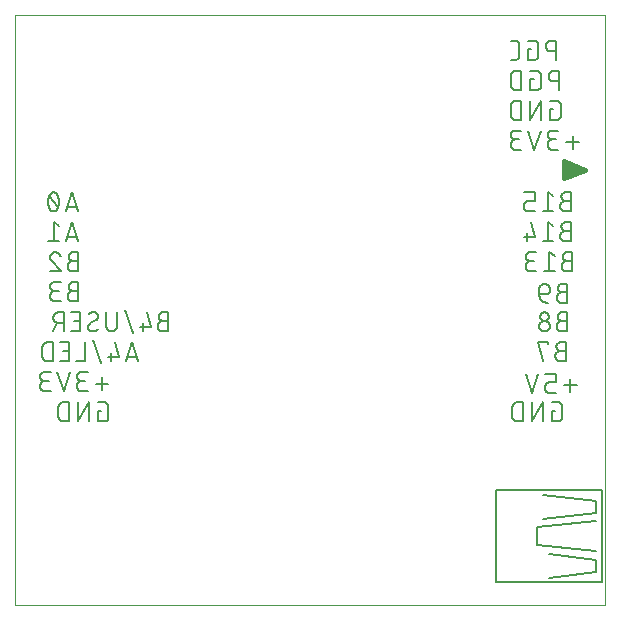
<source format=gbo>
G75*
%MOIN*%
%OFA0B0*%
%FSLAX25Y25*%
%IPPOS*%
%LPD*%
%AMOC8*
5,1,8,0,0,1.08239X$1,22.5*
%
%ADD10C,0.00000*%
%ADD11C,0.01600*%
%ADD12C,0.00600*%
%ADD13C,0.00500*%
D10*
X0006300Y0007048D02*
X0006300Y0203898D01*
X0203150Y0203898D01*
X0203150Y0007048D01*
X0006300Y0007048D01*
D11*
X0189300Y0149548D02*
X0196300Y0152048D01*
X0189300Y0155048D01*
X0189300Y0149548D01*
X0189300Y0150914D02*
X0193125Y0150914D01*
X0195216Y0152513D02*
X0189300Y0152513D01*
X0189300Y0154111D02*
X0191486Y0154111D01*
D12*
X0192250Y0159204D02*
X0192250Y0163470D01*
X0194383Y0161337D02*
X0190117Y0161337D01*
X0186752Y0162404D02*
X0185330Y0162404D01*
X0185256Y0162406D01*
X0185181Y0162412D01*
X0185108Y0162422D01*
X0185034Y0162435D01*
X0184962Y0162452D01*
X0184891Y0162474D01*
X0184820Y0162498D01*
X0184752Y0162527D01*
X0184684Y0162559D01*
X0184619Y0162595D01*
X0184556Y0162633D01*
X0184494Y0162676D01*
X0184435Y0162721D01*
X0184378Y0162769D01*
X0184324Y0162820D01*
X0184273Y0162874D01*
X0184225Y0162931D01*
X0184180Y0162990D01*
X0184137Y0163052D01*
X0184099Y0163115D01*
X0184063Y0163180D01*
X0184031Y0163248D01*
X0184002Y0163316D01*
X0183978Y0163387D01*
X0183956Y0163458D01*
X0183939Y0163530D01*
X0183926Y0163604D01*
X0183916Y0163677D01*
X0183910Y0163752D01*
X0183908Y0163826D01*
X0183910Y0163900D01*
X0183916Y0163975D01*
X0183926Y0164048D01*
X0183939Y0164122D01*
X0183956Y0164194D01*
X0183978Y0164265D01*
X0184002Y0164336D01*
X0184031Y0164404D01*
X0184063Y0164472D01*
X0184099Y0164537D01*
X0184137Y0164600D01*
X0184180Y0164662D01*
X0184225Y0164721D01*
X0184273Y0164778D01*
X0184324Y0164832D01*
X0184378Y0164883D01*
X0184435Y0164931D01*
X0184494Y0164976D01*
X0184556Y0165019D01*
X0184619Y0165057D01*
X0184684Y0165093D01*
X0184752Y0165125D01*
X0184820Y0165154D01*
X0184891Y0165178D01*
X0184962Y0165200D01*
X0185034Y0165217D01*
X0185108Y0165230D01*
X0185181Y0165240D01*
X0185256Y0165246D01*
X0185330Y0165248D01*
X0187464Y0165248D01*
X0186862Y0168848D02*
X0184729Y0168848D01*
X0184729Y0172404D01*
X0185795Y0172404D01*
X0188284Y0173826D02*
X0188282Y0173900D01*
X0188276Y0173975D01*
X0188266Y0174048D01*
X0188253Y0174122D01*
X0188236Y0174194D01*
X0188214Y0174265D01*
X0188190Y0174336D01*
X0188161Y0174404D01*
X0188129Y0174472D01*
X0188093Y0174537D01*
X0188055Y0174600D01*
X0188012Y0174662D01*
X0187967Y0174721D01*
X0187919Y0174778D01*
X0187868Y0174832D01*
X0187814Y0174883D01*
X0187757Y0174931D01*
X0187698Y0174976D01*
X0187636Y0175019D01*
X0187573Y0175057D01*
X0187508Y0175093D01*
X0187440Y0175125D01*
X0187372Y0175154D01*
X0187301Y0175178D01*
X0187230Y0175200D01*
X0187158Y0175217D01*
X0187084Y0175230D01*
X0187011Y0175240D01*
X0186936Y0175246D01*
X0186862Y0175248D01*
X0184729Y0175248D01*
X0181720Y0175248D02*
X0178164Y0168848D01*
X0178164Y0175248D01*
X0178164Y0178848D02*
X0180298Y0178848D01*
X0180372Y0178850D01*
X0180447Y0178856D01*
X0180520Y0178866D01*
X0180594Y0178879D01*
X0180666Y0178896D01*
X0180737Y0178918D01*
X0180808Y0178942D01*
X0180876Y0178971D01*
X0180944Y0179003D01*
X0181009Y0179039D01*
X0181072Y0179077D01*
X0181134Y0179120D01*
X0181193Y0179165D01*
X0181250Y0179213D01*
X0181304Y0179264D01*
X0181355Y0179318D01*
X0181403Y0179375D01*
X0181448Y0179434D01*
X0181491Y0179496D01*
X0181529Y0179559D01*
X0181565Y0179624D01*
X0181597Y0179692D01*
X0181626Y0179760D01*
X0181650Y0179831D01*
X0181672Y0179902D01*
X0181689Y0179974D01*
X0181702Y0180048D01*
X0181712Y0180121D01*
X0181718Y0180196D01*
X0181720Y0180270D01*
X0181720Y0183826D01*
X0181718Y0183900D01*
X0181712Y0183975D01*
X0181702Y0184048D01*
X0181689Y0184122D01*
X0181672Y0184194D01*
X0181650Y0184265D01*
X0181626Y0184336D01*
X0181597Y0184404D01*
X0181565Y0184472D01*
X0181529Y0184537D01*
X0181491Y0184600D01*
X0181448Y0184662D01*
X0181403Y0184721D01*
X0181355Y0184778D01*
X0181304Y0184832D01*
X0181250Y0184883D01*
X0181193Y0184931D01*
X0181134Y0184976D01*
X0181072Y0185019D01*
X0181009Y0185057D01*
X0180944Y0185093D01*
X0180876Y0185125D01*
X0180808Y0185154D01*
X0180737Y0185178D01*
X0180666Y0185200D01*
X0180594Y0185217D01*
X0180520Y0185230D01*
X0180447Y0185240D01*
X0180372Y0185246D01*
X0180298Y0185248D01*
X0178164Y0185248D01*
X0178164Y0182404D02*
X0178164Y0178848D01*
X0175156Y0178848D02*
X0173378Y0178848D01*
X0175156Y0178848D02*
X0175156Y0185248D01*
X0173378Y0185248D01*
X0173296Y0185246D01*
X0173214Y0185240D01*
X0173132Y0185231D01*
X0173051Y0185218D01*
X0172971Y0185201D01*
X0172891Y0185180D01*
X0172813Y0185156D01*
X0172736Y0185128D01*
X0172660Y0185097D01*
X0172585Y0185062D01*
X0172513Y0185023D01*
X0172442Y0184982D01*
X0172373Y0184937D01*
X0172307Y0184889D01*
X0172242Y0184838D01*
X0172180Y0184784D01*
X0172121Y0184727D01*
X0172064Y0184668D01*
X0172010Y0184606D01*
X0171959Y0184541D01*
X0171911Y0184475D01*
X0171866Y0184406D01*
X0171825Y0184335D01*
X0171786Y0184263D01*
X0171751Y0184188D01*
X0171720Y0184112D01*
X0171692Y0184035D01*
X0171668Y0183957D01*
X0171647Y0183877D01*
X0171630Y0183797D01*
X0171617Y0183716D01*
X0171608Y0183634D01*
X0171602Y0183552D01*
X0171600Y0183470D01*
X0171600Y0180626D01*
X0171602Y0180544D01*
X0171608Y0180462D01*
X0171617Y0180380D01*
X0171630Y0180299D01*
X0171647Y0180219D01*
X0171668Y0180139D01*
X0171692Y0180061D01*
X0171720Y0179984D01*
X0171751Y0179908D01*
X0171786Y0179833D01*
X0171825Y0179761D01*
X0171866Y0179690D01*
X0171911Y0179621D01*
X0171959Y0179555D01*
X0172010Y0179490D01*
X0172064Y0179428D01*
X0172121Y0179369D01*
X0172180Y0179312D01*
X0172242Y0179258D01*
X0172307Y0179207D01*
X0172373Y0179159D01*
X0172442Y0179114D01*
X0172513Y0179073D01*
X0172585Y0179034D01*
X0172660Y0178999D01*
X0172736Y0178968D01*
X0172813Y0178940D01*
X0172891Y0178916D01*
X0172971Y0178895D01*
X0173051Y0178878D01*
X0173132Y0178865D01*
X0173214Y0178856D01*
X0173296Y0178850D01*
X0173378Y0178848D01*
X0173378Y0175248D02*
X0175156Y0175248D01*
X0175156Y0168848D01*
X0173378Y0168848D01*
X0173296Y0168850D01*
X0173214Y0168856D01*
X0173132Y0168865D01*
X0173051Y0168878D01*
X0172971Y0168895D01*
X0172891Y0168916D01*
X0172813Y0168940D01*
X0172736Y0168968D01*
X0172660Y0168999D01*
X0172585Y0169034D01*
X0172513Y0169073D01*
X0172442Y0169114D01*
X0172373Y0169159D01*
X0172307Y0169207D01*
X0172242Y0169258D01*
X0172180Y0169312D01*
X0172121Y0169369D01*
X0172064Y0169428D01*
X0172010Y0169490D01*
X0171959Y0169555D01*
X0171911Y0169621D01*
X0171866Y0169690D01*
X0171825Y0169761D01*
X0171786Y0169833D01*
X0171751Y0169908D01*
X0171720Y0169984D01*
X0171692Y0170061D01*
X0171668Y0170139D01*
X0171647Y0170219D01*
X0171630Y0170299D01*
X0171617Y0170380D01*
X0171608Y0170462D01*
X0171602Y0170544D01*
X0171600Y0170626D01*
X0171600Y0173470D01*
X0171602Y0173552D01*
X0171608Y0173634D01*
X0171617Y0173716D01*
X0171630Y0173797D01*
X0171647Y0173877D01*
X0171668Y0173957D01*
X0171692Y0174035D01*
X0171720Y0174112D01*
X0171751Y0174188D01*
X0171786Y0174263D01*
X0171825Y0174335D01*
X0171866Y0174406D01*
X0171911Y0174475D01*
X0171959Y0174541D01*
X0172010Y0174606D01*
X0172064Y0174668D01*
X0172121Y0174727D01*
X0172180Y0174784D01*
X0172242Y0174838D01*
X0172307Y0174889D01*
X0172373Y0174937D01*
X0172442Y0174982D01*
X0172513Y0175023D01*
X0172585Y0175062D01*
X0172660Y0175097D01*
X0172736Y0175128D01*
X0172813Y0175156D01*
X0172891Y0175180D01*
X0172971Y0175201D01*
X0173051Y0175218D01*
X0173132Y0175231D01*
X0173214Y0175240D01*
X0173296Y0175246D01*
X0173378Y0175248D01*
X0178164Y0182404D02*
X0179231Y0182404D01*
X0179366Y0188848D02*
X0177233Y0188848D01*
X0177233Y0192404D01*
X0178299Y0192404D01*
X0180788Y0193826D02*
X0180786Y0193900D01*
X0180780Y0193975D01*
X0180770Y0194048D01*
X0180757Y0194122D01*
X0180740Y0194194D01*
X0180718Y0194265D01*
X0180694Y0194336D01*
X0180665Y0194404D01*
X0180633Y0194472D01*
X0180597Y0194537D01*
X0180559Y0194600D01*
X0180516Y0194662D01*
X0180471Y0194721D01*
X0180423Y0194778D01*
X0180372Y0194832D01*
X0180318Y0194883D01*
X0180261Y0194931D01*
X0180202Y0194976D01*
X0180140Y0195019D01*
X0180077Y0195057D01*
X0180012Y0195093D01*
X0179944Y0195125D01*
X0179876Y0195154D01*
X0179805Y0195178D01*
X0179734Y0195200D01*
X0179662Y0195217D01*
X0179588Y0195230D01*
X0179515Y0195240D01*
X0179440Y0195246D01*
X0179366Y0195248D01*
X0177233Y0195248D01*
X0174444Y0193826D02*
X0174444Y0190270D01*
X0174442Y0190196D01*
X0174436Y0190121D01*
X0174426Y0190048D01*
X0174413Y0189974D01*
X0174396Y0189902D01*
X0174374Y0189831D01*
X0174350Y0189760D01*
X0174321Y0189692D01*
X0174289Y0189624D01*
X0174253Y0189559D01*
X0174215Y0189496D01*
X0174172Y0189434D01*
X0174127Y0189375D01*
X0174079Y0189318D01*
X0174028Y0189264D01*
X0173974Y0189213D01*
X0173917Y0189165D01*
X0173858Y0189120D01*
X0173796Y0189077D01*
X0173733Y0189039D01*
X0173668Y0189003D01*
X0173600Y0188971D01*
X0173532Y0188942D01*
X0173461Y0188918D01*
X0173390Y0188896D01*
X0173318Y0188879D01*
X0173244Y0188866D01*
X0173171Y0188856D01*
X0173096Y0188850D01*
X0173022Y0188848D01*
X0171600Y0188848D01*
X0174444Y0193826D02*
X0174442Y0193900D01*
X0174436Y0193975D01*
X0174426Y0194048D01*
X0174413Y0194122D01*
X0174396Y0194194D01*
X0174374Y0194265D01*
X0174350Y0194336D01*
X0174321Y0194404D01*
X0174289Y0194472D01*
X0174253Y0194537D01*
X0174215Y0194600D01*
X0174172Y0194662D01*
X0174127Y0194721D01*
X0174079Y0194778D01*
X0174028Y0194832D01*
X0173974Y0194883D01*
X0173917Y0194931D01*
X0173858Y0194976D01*
X0173796Y0195019D01*
X0173733Y0195057D01*
X0173668Y0195093D01*
X0173600Y0195125D01*
X0173532Y0195154D01*
X0173461Y0195178D01*
X0173390Y0195200D01*
X0173318Y0195217D01*
X0173244Y0195230D01*
X0173171Y0195240D01*
X0173096Y0195246D01*
X0173022Y0195248D01*
X0171600Y0195248D01*
X0179366Y0188848D02*
X0179440Y0188850D01*
X0179515Y0188856D01*
X0179588Y0188866D01*
X0179662Y0188879D01*
X0179734Y0188896D01*
X0179805Y0188918D01*
X0179876Y0188942D01*
X0179944Y0188971D01*
X0180012Y0189003D01*
X0180077Y0189039D01*
X0180140Y0189077D01*
X0180202Y0189120D01*
X0180261Y0189165D01*
X0180318Y0189213D01*
X0180372Y0189264D01*
X0180423Y0189318D01*
X0180471Y0189375D01*
X0180516Y0189434D01*
X0180559Y0189496D01*
X0180597Y0189559D01*
X0180633Y0189624D01*
X0180665Y0189692D01*
X0180694Y0189760D01*
X0180718Y0189831D01*
X0180740Y0189902D01*
X0180757Y0189974D01*
X0180770Y0190048D01*
X0180780Y0190121D01*
X0180786Y0190196D01*
X0180788Y0190270D01*
X0180788Y0193826D01*
X0185081Y0195248D02*
X0184998Y0195246D01*
X0184915Y0195240D01*
X0184832Y0195230D01*
X0184749Y0195217D01*
X0184668Y0195199D01*
X0184587Y0195178D01*
X0184508Y0195153D01*
X0184430Y0195124D01*
X0184353Y0195092D01*
X0184278Y0195056D01*
X0184204Y0195017D01*
X0184133Y0194974D01*
X0184063Y0194928D01*
X0183996Y0194878D01*
X0183931Y0194826D01*
X0183869Y0194771D01*
X0183809Y0194712D01*
X0183752Y0194651D01*
X0183698Y0194588D01*
X0183647Y0194522D01*
X0183600Y0194453D01*
X0183555Y0194383D01*
X0183514Y0194310D01*
X0183477Y0194236D01*
X0183442Y0194160D01*
X0183412Y0194082D01*
X0183385Y0194004D01*
X0183362Y0193923D01*
X0183342Y0193842D01*
X0183327Y0193760D01*
X0183315Y0193678D01*
X0183307Y0193595D01*
X0183303Y0193512D01*
X0183303Y0193428D01*
X0183307Y0193345D01*
X0183315Y0193262D01*
X0183327Y0193180D01*
X0183342Y0193098D01*
X0183362Y0193017D01*
X0183385Y0192936D01*
X0183412Y0192858D01*
X0183442Y0192780D01*
X0183477Y0192704D01*
X0183514Y0192630D01*
X0183555Y0192557D01*
X0183600Y0192487D01*
X0183647Y0192418D01*
X0183698Y0192352D01*
X0183752Y0192289D01*
X0183809Y0192228D01*
X0183869Y0192169D01*
X0183931Y0192114D01*
X0183996Y0192062D01*
X0184063Y0192012D01*
X0184133Y0191966D01*
X0184204Y0191923D01*
X0184278Y0191884D01*
X0184353Y0191848D01*
X0184430Y0191816D01*
X0184508Y0191787D01*
X0184587Y0191762D01*
X0184668Y0191741D01*
X0184749Y0191723D01*
X0184832Y0191710D01*
X0184915Y0191700D01*
X0184998Y0191694D01*
X0185081Y0191692D01*
X0186859Y0191692D01*
X0186859Y0188848D02*
X0186859Y0195248D01*
X0185081Y0195248D01*
X0186013Y0185248D02*
X0187791Y0185248D01*
X0187791Y0178848D01*
X0187791Y0181692D02*
X0186013Y0181692D01*
X0185930Y0181694D01*
X0185847Y0181700D01*
X0185764Y0181710D01*
X0185681Y0181723D01*
X0185600Y0181741D01*
X0185519Y0181762D01*
X0185440Y0181787D01*
X0185362Y0181816D01*
X0185285Y0181848D01*
X0185210Y0181884D01*
X0185136Y0181923D01*
X0185065Y0181966D01*
X0184995Y0182012D01*
X0184928Y0182062D01*
X0184863Y0182114D01*
X0184801Y0182169D01*
X0184741Y0182228D01*
X0184684Y0182289D01*
X0184630Y0182352D01*
X0184579Y0182418D01*
X0184532Y0182487D01*
X0184487Y0182557D01*
X0184446Y0182630D01*
X0184409Y0182704D01*
X0184374Y0182780D01*
X0184344Y0182858D01*
X0184317Y0182936D01*
X0184294Y0183017D01*
X0184274Y0183098D01*
X0184259Y0183180D01*
X0184247Y0183262D01*
X0184239Y0183345D01*
X0184235Y0183428D01*
X0184235Y0183512D01*
X0184239Y0183595D01*
X0184247Y0183678D01*
X0184259Y0183760D01*
X0184274Y0183842D01*
X0184294Y0183923D01*
X0184317Y0184004D01*
X0184344Y0184082D01*
X0184374Y0184160D01*
X0184409Y0184236D01*
X0184446Y0184310D01*
X0184487Y0184383D01*
X0184532Y0184453D01*
X0184579Y0184522D01*
X0184630Y0184588D01*
X0184684Y0184651D01*
X0184741Y0184712D01*
X0184801Y0184771D01*
X0184863Y0184826D01*
X0184928Y0184878D01*
X0184995Y0184928D01*
X0185065Y0184974D01*
X0185136Y0185017D01*
X0185210Y0185056D01*
X0185285Y0185092D01*
X0185362Y0185124D01*
X0185440Y0185153D01*
X0185519Y0185178D01*
X0185600Y0185199D01*
X0185681Y0185217D01*
X0185764Y0185230D01*
X0185847Y0185240D01*
X0185930Y0185246D01*
X0186013Y0185248D01*
X0181720Y0175248D02*
X0181720Y0168848D01*
X0181665Y0165248D02*
X0179532Y0158848D01*
X0177398Y0165248D01*
X0175156Y0165248D02*
X0173022Y0165248D01*
X0172948Y0165246D01*
X0172873Y0165240D01*
X0172800Y0165230D01*
X0172726Y0165217D01*
X0172654Y0165200D01*
X0172583Y0165178D01*
X0172512Y0165154D01*
X0172444Y0165125D01*
X0172376Y0165093D01*
X0172311Y0165057D01*
X0172248Y0165019D01*
X0172186Y0164976D01*
X0172127Y0164931D01*
X0172070Y0164883D01*
X0172016Y0164832D01*
X0171965Y0164778D01*
X0171917Y0164721D01*
X0171872Y0164662D01*
X0171829Y0164600D01*
X0171791Y0164537D01*
X0171755Y0164472D01*
X0171723Y0164404D01*
X0171694Y0164336D01*
X0171670Y0164265D01*
X0171648Y0164194D01*
X0171631Y0164122D01*
X0171618Y0164048D01*
X0171608Y0163975D01*
X0171602Y0163900D01*
X0171600Y0163826D01*
X0171602Y0163752D01*
X0171608Y0163677D01*
X0171618Y0163604D01*
X0171631Y0163530D01*
X0171648Y0163458D01*
X0171670Y0163387D01*
X0171694Y0163316D01*
X0171723Y0163248D01*
X0171755Y0163180D01*
X0171791Y0163115D01*
X0171829Y0163052D01*
X0171872Y0162990D01*
X0171917Y0162931D01*
X0171965Y0162874D01*
X0172016Y0162820D01*
X0172070Y0162769D01*
X0172127Y0162721D01*
X0172186Y0162676D01*
X0172248Y0162633D01*
X0172311Y0162595D01*
X0172376Y0162559D01*
X0172444Y0162527D01*
X0172512Y0162498D01*
X0172583Y0162474D01*
X0172654Y0162452D01*
X0172726Y0162435D01*
X0172800Y0162422D01*
X0172873Y0162412D01*
X0172948Y0162406D01*
X0173022Y0162404D01*
X0174444Y0162404D01*
X0173378Y0162404D02*
X0173295Y0162402D01*
X0173212Y0162396D01*
X0173129Y0162386D01*
X0173046Y0162373D01*
X0172965Y0162355D01*
X0172884Y0162334D01*
X0172805Y0162309D01*
X0172727Y0162280D01*
X0172650Y0162248D01*
X0172575Y0162212D01*
X0172501Y0162173D01*
X0172430Y0162130D01*
X0172360Y0162084D01*
X0172293Y0162034D01*
X0172228Y0161982D01*
X0172166Y0161927D01*
X0172106Y0161868D01*
X0172049Y0161807D01*
X0171995Y0161744D01*
X0171944Y0161678D01*
X0171897Y0161609D01*
X0171852Y0161539D01*
X0171811Y0161466D01*
X0171774Y0161392D01*
X0171739Y0161316D01*
X0171709Y0161238D01*
X0171682Y0161160D01*
X0171659Y0161079D01*
X0171639Y0160998D01*
X0171624Y0160916D01*
X0171612Y0160834D01*
X0171604Y0160751D01*
X0171600Y0160668D01*
X0171600Y0160584D01*
X0171604Y0160501D01*
X0171612Y0160418D01*
X0171624Y0160336D01*
X0171639Y0160254D01*
X0171659Y0160173D01*
X0171682Y0160092D01*
X0171709Y0160014D01*
X0171739Y0159936D01*
X0171774Y0159860D01*
X0171811Y0159786D01*
X0171852Y0159713D01*
X0171897Y0159643D01*
X0171944Y0159574D01*
X0171995Y0159508D01*
X0172049Y0159445D01*
X0172106Y0159384D01*
X0172166Y0159325D01*
X0172228Y0159270D01*
X0172293Y0159218D01*
X0172360Y0159168D01*
X0172430Y0159122D01*
X0172501Y0159079D01*
X0172575Y0159040D01*
X0172650Y0159004D01*
X0172727Y0158972D01*
X0172805Y0158943D01*
X0172884Y0158918D01*
X0172965Y0158897D01*
X0173046Y0158879D01*
X0173129Y0158866D01*
X0173212Y0158856D01*
X0173295Y0158850D01*
X0173378Y0158848D01*
X0175156Y0158848D01*
X0185686Y0158848D02*
X0187464Y0158848D01*
X0185686Y0158848D02*
X0185603Y0158850D01*
X0185520Y0158856D01*
X0185437Y0158866D01*
X0185354Y0158879D01*
X0185273Y0158897D01*
X0185192Y0158918D01*
X0185113Y0158943D01*
X0185035Y0158972D01*
X0184958Y0159004D01*
X0184883Y0159040D01*
X0184809Y0159079D01*
X0184738Y0159122D01*
X0184668Y0159168D01*
X0184601Y0159218D01*
X0184536Y0159270D01*
X0184474Y0159325D01*
X0184414Y0159384D01*
X0184357Y0159445D01*
X0184303Y0159508D01*
X0184252Y0159574D01*
X0184205Y0159643D01*
X0184160Y0159713D01*
X0184119Y0159786D01*
X0184082Y0159860D01*
X0184047Y0159936D01*
X0184017Y0160014D01*
X0183990Y0160092D01*
X0183967Y0160173D01*
X0183947Y0160254D01*
X0183932Y0160336D01*
X0183920Y0160418D01*
X0183912Y0160501D01*
X0183908Y0160584D01*
X0183908Y0160668D01*
X0183912Y0160751D01*
X0183920Y0160834D01*
X0183932Y0160916D01*
X0183947Y0160998D01*
X0183967Y0161079D01*
X0183990Y0161160D01*
X0184017Y0161238D01*
X0184047Y0161316D01*
X0184082Y0161392D01*
X0184119Y0161466D01*
X0184160Y0161539D01*
X0184205Y0161609D01*
X0184252Y0161678D01*
X0184303Y0161744D01*
X0184357Y0161807D01*
X0184414Y0161868D01*
X0184474Y0161927D01*
X0184536Y0161982D01*
X0184601Y0162034D01*
X0184668Y0162084D01*
X0184738Y0162130D01*
X0184809Y0162173D01*
X0184883Y0162212D01*
X0184958Y0162248D01*
X0185035Y0162280D01*
X0185113Y0162309D01*
X0185192Y0162334D01*
X0185273Y0162355D01*
X0185354Y0162373D01*
X0185437Y0162386D01*
X0185520Y0162396D01*
X0185603Y0162402D01*
X0185686Y0162404D01*
X0186862Y0168848D02*
X0186936Y0168850D01*
X0187011Y0168856D01*
X0187084Y0168866D01*
X0187158Y0168879D01*
X0187230Y0168896D01*
X0187301Y0168918D01*
X0187372Y0168942D01*
X0187440Y0168971D01*
X0187508Y0169003D01*
X0187573Y0169039D01*
X0187636Y0169077D01*
X0187698Y0169120D01*
X0187757Y0169165D01*
X0187814Y0169213D01*
X0187868Y0169264D01*
X0187919Y0169318D01*
X0187967Y0169375D01*
X0188012Y0169434D01*
X0188055Y0169496D01*
X0188093Y0169559D01*
X0188129Y0169624D01*
X0188161Y0169692D01*
X0188190Y0169760D01*
X0188214Y0169831D01*
X0188236Y0169902D01*
X0188253Y0169974D01*
X0188266Y0170048D01*
X0188276Y0170121D01*
X0188282Y0170196D01*
X0188284Y0170270D01*
X0188284Y0173826D01*
X0189898Y0144748D02*
X0191675Y0144748D01*
X0191675Y0138348D01*
X0189898Y0138348D01*
X0189815Y0138350D01*
X0189732Y0138356D01*
X0189649Y0138366D01*
X0189566Y0138379D01*
X0189485Y0138397D01*
X0189404Y0138418D01*
X0189325Y0138443D01*
X0189247Y0138472D01*
X0189170Y0138504D01*
X0189095Y0138540D01*
X0189021Y0138579D01*
X0188950Y0138622D01*
X0188880Y0138668D01*
X0188813Y0138718D01*
X0188748Y0138770D01*
X0188686Y0138825D01*
X0188626Y0138884D01*
X0188569Y0138945D01*
X0188515Y0139008D01*
X0188464Y0139074D01*
X0188417Y0139143D01*
X0188372Y0139213D01*
X0188331Y0139286D01*
X0188294Y0139360D01*
X0188259Y0139436D01*
X0188229Y0139514D01*
X0188202Y0139592D01*
X0188179Y0139673D01*
X0188159Y0139754D01*
X0188144Y0139836D01*
X0188132Y0139918D01*
X0188124Y0140001D01*
X0188120Y0140084D01*
X0188120Y0140168D01*
X0188124Y0140251D01*
X0188132Y0140334D01*
X0188144Y0140416D01*
X0188159Y0140498D01*
X0188179Y0140579D01*
X0188202Y0140660D01*
X0188229Y0140738D01*
X0188259Y0140816D01*
X0188294Y0140892D01*
X0188331Y0140966D01*
X0188372Y0141039D01*
X0188417Y0141109D01*
X0188464Y0141178D01*
X0188515Y0141244D01*
X0188569Y0141307D01*
X0188626Y0141368D01*
X0188686Y0141427D01*
X0188748Y0141482D01*
X0188813Y0141534D01*
X0188880Y0141584D01*
X0188950Y0141630D01*
X0189021Y0141673D01*
X0189095Y0141712D01*
X0189170Y0141748D01*
X0189247Y0141780D01*
X0189325Y0141809D01*
X0189404Y0141834D01*
X0189485Y0141855D01*
X0189566Y0141873D01*
X0189649Y0141886D01*
X0189732Y0141896D01*
X0189815Y0141902D01*
X0189898Y0141904D01*
X0191675Y0141904D01*
X0189898Y0141904D02*
X0189824Y0141906D01*
X0189749Y0141912D01*
X0189676Y0141922D01*
X0189602Y0141935D01*
X0189530Y0141952D01*
X0189459Y0141974D01*
X0189388Y0141998D01*
X0189320Y0142027D01*
X0189252Y0142059D01*
X0189187Y0142095D01*
X0189124Y0142133D01*
X0189062Y0142176D01*
X0189003Y0142221D01*
X0188946Y0142269D01*
X0188892Y0142320D01*
X0188841Y0142374D01*
X0188793Y0142431D01*
X0188748Y0142490D01*
X0188705Y0142552D01*
X0188667Y0142615D01*
X0188631Y0142680D01*
X0188599Y0142748D01*
X0188570Y0142816D01*
X0188546Y0142887D01*
X0188524Y0142958D01*
X0188507Y0143030D01*
X0188494Y0143104D01*
X0188484Y0143177D01*
X0188478Y0143252D01*
X0188476Y0143326D01*
X0188478Y0143400D01*
X0188484Y0143475D01*
X0188494Y0143548D01*
X0188507Y0143622D01*
X0188524Y0143694D01*
X0188546Y0143765D01*
X0188570Y0143836D01*
X0188599Y0143904D01*
X0188631Y0143972D01*
X0188667Y0144037D01*
X0188705Y0144100D01*
X0188748Y0144162D01*
X0188793Y0144221D01*
X0188841Y0144278D01*
X0188892Y0144332D01*
X0188946Y0144383D01*
X0189003Y0144431D01*
X0189062Y0144476D01*
X0189124Y0144519D01*
X0189187Y0144557D01*
X0189252Y0144593D01*
X0189320Y0144625D01*
X0189388Y0144654D01*
X0189459Y0144678D01*
X0189530Y0144700D01*
X0189602Y0144717D01*
X0189676Y0144730D01*
X0189749Y0144740D01*
X0189824Y0144746D01*
X0189898Y0144748D01*
X0185810Y0143326D02*
X0184032Y0144748D01*
X0184032Y0138348D01*
X0185810Y0138348D02*
X0182254Y0138348D01*
X0179656Y0138348D02*
X0177522Y0138348D01*
X0177448Y0138350D01*
X0177373Y0138356D01*
X0177300Y0138366D01*
X0177226Y0138379D01*
X0177154Y0138396D01*
X0177083Y0138418D01*
X0177012Y0138442D01*
X0176944Y0138471D01*
X0176876Y0138503D01*
X0176811Y0138539D01*
X0176748Y0138577D01*
X0176686Y0138620D01*
X0176627Y0138665D01*
X0176570Y0138713D01*
X0176516Y0138764D01*
X0176465Y0138818D01*
X0176417Y0138875D01*
X0176372Y0138934D01*
X0176329Y0138996D01*
X0176291Y0139059D01*
X0176255Y0139124D01*
X0176223Y0139192D01*
X0176194Y0139260D01*
X0176170Y0139331D01*
X0176148Y0139402D01*
X0176131Y0139474D01*
X0176118Y0139548D01*
X0176108Y0139621D01*
X0176102Y0139696D01*
X0176100Y0139770D01*
X0176100Y0140481D01*
X0176102Y0140555D01*
X0176108Y0140630D01*
X0176118Y0140703D01*
X0176131Y0140777D01*
X0176148Y0140849D01*
X0176170Y0140920D01*
X0176194Y0140991D01*
X0176223Y0141059D01*
X0176255Y0141127D01*
X0176291Y0141192D01*
X0176329Y0141255D01*
X0176372Y0141317D01*
X0176417Y0141376D01*
X0176465Y0141433D01*
X0176516Y0141487D01*
X0176570Y0141538D01*
X0176627Y0141586D01*
X0176686Y0141631D01*
X0176748Y0141674D01*
X0176811Y0141712D01*
X0176876Y0141748D01*
X0176944Y0141780D01*
X0177012Y0141809D01*
X0177083Y0141833D01*
X0177154Y0141855D01*
X0177226Y0141872D01*
X0177300Y0141885D01*
X0177373Y0141895D01*
X0177448Y0141901D01*
X0177522Y0141903D01*
X0177522Y0141904D02*
X0179656Y0141904D01*
X0179656Y0144748D01*
X0176100Y0144748D01*
X0178233Y0134748D02*
X0179656Y0129770D01*
X0176100Y0129770D01*
X0177167Y0131192D02*
X0177167Y0128348D01*
X0178022Y0124748D02*
X0180156Y0124748D01*
X0178022Y0124748D02*
X0177948Y0124746D01*
X0177873Y0124740D01*
X0177800Y0124730D01*
X0177726Y0124717D01*
X0177654Y0124700D01*
X0177583Y0124678D01*
X0177512Y0124654D01*
X0177444Y0124625D01*
X0177376Y0124593D01*
X0177311Y0124557D01*
X0177248Y0124519D01*
X0177186Y0124476D01*
X0177127Y0124431D01*
X0177070Y0124383D01*
X0177016Y0124332D01*
X0176965Y0124278D01*
X0176917Y0124221D01*
X0176872Y0124162D01*
X0176829Y0124100D01*
X0176791Y0124037D01*
X0176755Y0123972D01*
X0176723Y0123904D01*
X0176694Y0123836D01*
X0176670Y0123765D01*
X0176648Y0123694D01*
X0176631Y0123622D01*
X0176618Y0123548D01*
X0176608Y0123475D01*
X0176602Y0123400D01*
X0176600Y0123326D01*
X0176602Y0123252D01*
X0176608Y0123177D01*
X0176618Y0123104D01*
X0176631Y0123030D01*
X0176648Y0122958D01*
X0176670Y0122887D01*
X0176694Y0122816D01*
X0176723Y0122748D01*
X0176755Y0122680D01*
X0176791Y0122615D01*
X0176829Y0122552D01*
X0176872Y0122490D01*
X0176917Y0122431D01*
X0176965Y0122374D01*
X0177016Y0122320D01*
X0177070Y0122269D01*
X0177127Y0122221D01*
X0177186Y0122176D01*
X0177248Y0122133D01*
X0177311Y0122095D01*
X0177376Y0122059D01*
X0177444Y0122027D01*
X0177512Y0121998D01*
X0177583Y0121974D01*
X0177654Y0121952D01*
X0177726Y0121935D01*
X0177800Y0121922D01*
X0177873Y0121912D01*
X0177948Y0121906D01*
X0178022Y0121904D01*
X0179444Y0121904D01*
X0178378Y0121904D02*
X0178295Y0121902D01*
X0178212Y0121896D01*
X0178129Y0121886D01*
X0178046Y0121873D01*
X0177965Y0121855D01*
X0177884Y0121834D01*
X0177805Y0121809D01*
X0177727Y0121780D01*
X0177650Y0121748D01*
X0177575Y0121712D01*
X0177501Y0121673D01*
X0177430Y0121630D01*
X0177360Y0121584D01*
X0177293Y0121534D01*
X0177228Y0121482D01*
X0177166Y0121427D01*
X0177106Y0121368D01*
X0177049Y0121307D01*
X0176995Y0121244D01*
X0176944Y0121178D01*
X0176897Y0121109D01*
X0176852Y0121039D01*
X0176811Y0120966D01*
X0176774Y0120892D01*
X0176739Y0120816D01*
X0176709Y0120738D01*
X0176682Y0120660D01*
X0176659Y0120579D01*
X0176639Y0120498D01*
X0176624Y0120416D01*
X0176612Y0120334D01*
X0176604Y0120251D01*
X0176600Y0120168D01*
X0176600Y0120084D01*
X0176604Y0120001D01*
X0176612Y0119918D01*
X0176624Y0119836D01*
X0176639Y0119754D01*
X0176659Y0119673D01*
X0176682Y0119592D01*
X0176709Y0119514D01*
X0176739Y0119436D01*
X0176774Y0119360D01*
X0176811Y0119286D01*
X0176852Y0119213D01*
X0176897Y0119143D01*
X0176944Y0119074D01*
X0176995Y0119008D01*
X0177049Y0118945D01*
X0177106Y0118884D01*
X0177166Y0118825D01*
X0177228Y0118770D01*
X0177293Y0118718D01*
X0177360Y0118668D01*
X0177430Y0118622D01*
X0177501Y0118579D01*
X0177575Y0118540D01*
X0177650Y0118504D01*
X0177727Y0118472D01*
X0177805Y0118443D01*
X0177884Y0118418D01*
X0177965Y0118397D01*
X0178046Y0118379D01*
X0178129Y0118366D01*
X0178212Y0118356D01*
X0178295Y0118350D01*
X0178378Y0118348D01*
X0180156Y0118348D01*
X0182754Y0118348D02*
X0186310Y0118348D01*
X0184532Y0118348D02*
X0184532Y0124748D01*
X0186310Y0123326D01*
X0190398Y0124748D02*
X0190324Y0124746D01*
X0190249Y0124740D01*
X0190176Y0124730D01*
X0190102Y0124717D01*
X0190030Y0124700D01*
X0189959Y0124678D01*
X0189888Y0124654D01*
X0189820Y0124625D01*
X0189752Y0124593D01*
X0189687Y0124557D01*
X0189624Y0124519D01*
X0189562Y0124476D01*
X0189503Y0124431D01*
X0189446Y0124383D01*
X0189392Y0124332D01*
X0189341Y0124278D01*
X0189293Y0124221D01*
X0189248Y0124162D01*
X0189205Y0124100D01*
X0189167Y0124037D01*
X0189131Y0123972D01*
X0189099Y0123904D01*
X0189070Y0123836D01*
X0189046Y0123765D01*
X0189024Y0123694D01*
X0189007Y0123622D01*
X0188994Y0123548D01*
X0188984Y0123475D01*
X0188978Y0123400D01*
X0188976Y0123326D01*
X0188978Y0123252D01*
X0188984Y0123177D01*
X0188994Y0123104D01*
X0189007Y0123030D01*
X0189024Y0122958D01*
X0189046Y0122887D01*
X0189070Y0122816D01*
X0189099Y0122748D01*
X0189131Y0122680D01*
X0189167Y0122615D01*
X0189205Y0122552D01*
X0189248Y0122490D01*
X0189293Y0122431D01*
X0189341Y0122374D01*
X0189392Y0122320D01*
X0189446Y0122269D01*
X0189503Y0122221D01*
X0189562Y0122176D01*
X0189624Y0122133D01*
X0189687Y0122095D01*
X0189752Y0122059D01*
X0189820Y0122027D01*
X0189888Y0121998D01*
X0189959Y0121974D01*
X0190030Y0121952D01*
X0190102Y0121935D01*
X0190176Y0121922D01*
X0190249Y0121912D01*
X0190324Y0121906D01*
X0190398Y0121904D01*
X0192175Y0121904D01*
X0190398Y0121904D02*
X0190315Y0121902D01*
X0190232Y0121896D01*
X0190149Y0121886D01*
X0190066Y0121873D01*
X0189985Y0121855D01*
X0189904Y0121834D01*
X0189825Y0121809D01*
X0189747Y0121780D01*
X0189670Y0121748D01*
X0189595Y0121712D01*
X0189521Y0121673D01*
X0189450Y0121630D01*
X0189380Y0121584D01*
X0189313Y0121534D01*
X0189248Y0121482D01*
X0189186Y0121427D01*
X0189126Y0121368D01*
X0189069Y0121307D01*
X0189015Y0121244D01*
X0188964Y0121178D01*
X0188917Y0121109D01*
X0188872Y0121039D01*
X0188831Y0120966D01*
X0188794Y0120892D01*
X0188759Y0120816D01*
X0188729Y0120738D01*
X0188702Y0120660D01*
X0188679Y0120579D01*
X0188659Y0120498D01*
X0188644Y0120416D01*
X0188632Y0120334D01*
X0188624Y0120251D01*
X0188620Y0120168D01*
X0188620Y0120084D01*
X0188624Y0120001D01*
X0188632Y0119918D01*
X0188644Y0119836D01*
X0188659Y0119754D01*
X0188679Y0119673D01*
X0188702Y0119592D01*
X0188729Y0119514D01*
X0188759Y0119436D01*
X0188794Y0119360D01*
X0188831Y0119286D01*
X0188872Y0119213D01*
X0188917Y0119143D01*
X0188964Y0119074D01*
X0189015Y0119008D01*
X0189069Y0118945D01*
X0189126Y0118884D01*
X0189186Y0118825D01*
X0189248Y0118770D01*
X0189313Y0118718D01*
X0189380Y0118668D01*
X0189450Y0118622D01*
X0189521Y0118579D01*
X0189595Y0118540D01*
X0189670Y0118504D01*
X0189747Y0118472D01*
X0189825Y0118443D01*
X0189904Y0118418D01*
X0189985Y0118397D01*
X0190066Y0118379D01*
X0190149Y0118366D01*
X0190232Y0118356D01*
X0190315Y0118350D01*
X0190398Y0118348D01*
X0192175Y0118348D01*
X0192175Y0124748D01*
X0190398Y0124748D01*
X0189898Y0128348D02*
X0191675Y0128348D01*
X0191675Y0134748D01*
X0189898Y0134748D01*
X0189824Y0134746D01*
X0189749Y0134740D01*
X0189676Y0134730D01*
X0189602Y0134717D01*
X0189530Y0134700D01*
X0189459Y0134678D01*
X0189388Y0134654D01*
X0189320Y0134625D01*
X0189252Y0134593D01*
X0189187Y0134557D01*
X0189124Y0134519D01*
X0189062Y0134476D01*
X0189003Y0134431D01*
X0188946Y0134383D01*
X0188892Y0134332D01*
X0188841Y0134278D01*
X0188793Y0134221D01*
X0188748Y0134162D01*
X0188705Y0134100D01*
X0188667Y0134037D01*
X0188631Y0133972D01*
X0188599Y0133904D01*
X0188570Y0133836D01*
X0188546Y0133765D01*
X0188524Y0133694D01*
X0188507Y0133622D01*
X0188494Y0133548D01*
X0188484Y0133475D01*
X0188478Y0133400D01*
X0188476Y0133326D01*
X0188478Y0133252D01*
X0188484Y0133177D01*
X0188494Y0133104D01*
X0188507Y0133030D01*
X0188524Y0132958D01*
X0188546Y0132887D01*
X0188570Y0132816D01*
X0188599Y0132748D01*
X0188631Y0132680D01*
X0188667Y0132615D01*
X0188705Y0132552D01*
X0188748Y0132490D01*
X0188793Y0132431D01*
X0188841Y0132374D01*
X0188892Y0132320D01*
X0188946Y0132269D01*
X0189003Y0132221D01*
X0189062Y0132176D01*
X0189124Y0132133D01*
X0189187Y0132095D01*
X0189252Y0132059D01*
X0189320Y0132027D01*
X0189388Y0131998D01*
X0189459Y0131974D01*
X0189530Y0131952D01*
X0189602Y0131935D01*
X0189676Y0131922D01*
X0189749Y0131912D01*
X0189824Y0131906D01*
X0189898Y0131904D01*
X0191675Y0131904D01*
X0189898Y0131904D02*
X0189815Y0131902D01*
X0189732Y0131896D01*
X0189649Y0131886D01*
X0189566Y0131873D01*
X0189485Y0131855D01*
X0189404Y0131834D01*
X0189325Y0131809D01*
X0189247Y0131780D01*
X0189170Y0131748D01*
X0189095Y0131712D01*
X0189021Y0131673D01*
X0188950Y0131630D01*
X0188880Y0131584D01*
X0188813Y0131534D01*
X0188748Y0131482D01*
X0188686Y0131427D01*
X0188626Y0131368D01*
X0188569Y0131307D01*
X0188515Y0131244D01*
X0188464Y0131178D01*
X0188417Y0131109D01*
X0188372Y0131039D01*
X0188331Y0130966D01*
X0188294Y0130892D01*
X0188259Y0130816D01*
X0188229Y0130738D01*
X0188202Y0130660D01*
X0188179Y0130579D01*
X0188159Y0130498D01*
X0188144Y0130416D01*
X0188132Y0130334D01*
X0188124Y0130251D01*
X0188120Y0130168D01*
X0188120Y0130084D01*
X0188124Y0130001D01*
X0188132Y0129918D01*
X0188144Y0129836D01*
X0188159Y0129754D01*
X0188179Y0129673D01*
X0188202Y0129592D01*
X0188229Y0129514D01*
X0188259Y0129436D01*
X0188294Y0129360D01*
X0188331Y0129286D01*
X0188372Y0129213D01*
X0188417Y0129143D01*
X0188464Y0129074D01*
X0188515Y0129008D01*
X0188569Y0128945D01*
X0188626Y0128884D01*
X0188686Y0128825D01*
X0188748Y0128770D01*
X0188813Y0128718D01*
X0188880Y0128668D01*
X0188950Y0128622D01*
X0189021Y0128579D01*
X0189095Y0128540D01*
X0189170Y0128504D01*
X0189247Y0128472D01*
X0189325Y0128443D01*
X0189404Y0128418D01*
X0189485Y0128397D01*
X0189566Y0128379D01*
X0189649Y0128366D01*
X0189732Y0128356D01*
X0189815Y0128350D01*
X0189898Y0128348D01*
X0185810Y0128348D02*
X0182254Y0128348D01*
X0184032Y0128348D02*
X0184032Y0134748D01*
X0185810Y0133326D01*
X0188744Y0114248D02*
X0190521Y0114248D01*
X0190521Y0107848D01*
X0188744Y0107848D01*
X0188661Y0107850D01*
X0188578Y0107856D01*
X0188495Y0107866D01*
X0188412Y0107879D01*
X0188331Y0107897D01*
X0188250Y0107918D01*
X0188171Y0107943D01*
X0188093Y0107972D01*
X0188016Y0108004D01*
X0187941Y0108040D01*
X0187867Y0108079D01*
X0187796Y0108122D01*
X0187726Y0108168D01*
X0187659Y0108218D01*
X0187594Y0108270D01*
X0187532Y0108325D01*
X0187472Y0108384D01*
X0187415Y0108445D01*
X0187361Y0108508D01*
X0187310Y0108574D01*
X0187263Y0108643D01*
X0187218Y0108713D01*
X0187177Y0108786D01*
X0187140Y0108860D01*
X0187105Y0108936D01*
X0187075Y0109014D01*
X0187048Y0109092D01*
X0187025Y0109173D01*
X0187005Y0109254D01*
X0186990Y0109336D01*
X0186978Y0109418D01*
X0186970Y0109501D01*
X0186966Y0109584D01*
X0186966Y0109668D01*
X0186970Y0109751D01*
X0186978Y0109834D01*
X0186990Y0109916D01*
X0187005Y0109998D01*
X0187025Y0110079D01*
X0187048Y0110160D01*
X0187075Y0110238D01*
X0187105Y0110316D01*
X0187140Y0110392D01*
X0187177Y0110466D01*
X0187218Y0110539D01*
X0187263Y0110609D01*
X0187310Y0110678D01*
X0187361Y0110744D01*
X0187415Y0110807D01*
X0187472Y0110868D01*
X0187532Y0110927D01*
X0187594Y0110982D01*
X0187659Y0111034D01*
X0187726Y0111084D01*
X0187796Y0111130D01*
X0187867Y0111173D01*
X0187941Y0111212D01*
X0188016Y0111248D01*
X0188093Y0111280D01*
X0188171Y0111309D01*
X0188250Y0111334D01*
X0188331Y0111355D01*
X0188412Y0111373D01*
X0188495Y0111386D01*
X0188578Y0111396D01*
X0188661Y0111402D01*
X0188744Y0111404D01*
X0190521Y0111404D01*
X0188744Y0111404D02*
X0188670Y0111406D01*
X0188595Y0111412D01*
X0188522Y0111422D01*
X0188448Y0111435D01*
X0188376Y0111452D01*
X0188305Y0111474D01*
X0188234Y0111498D01*
X0188166Y0111527D01*
X0188098Y0111559D01*
X0188033Y0111595D01*
X0187970Y0111633D01*
X0187908Y0111676D01*
X0187849Y0111721D01*
X0187792Y0111769D01*
X0187738Y0111820D01*
X0187687Y0111874D01*
X0187639Y0111931D01*
X0187594Y0111990D01*
X0187551Y0112052D01*
X0187513Y0112115D01*
X0187477Y0112180D01*
X0187445Y0112248D01*
X0187416Y0112316D01*
X0187392Y0112387D01*
X0187370Y0112458D01*
X0187353Y0112530D01*
X0187340Y0112604D01*
X0187330Y0112677D01*
X0187324Y0112752D01*
X0187322Y0112826D01*
X0187324Y0112900D01*
X0187330Y0112975D01*
X0187340Y0113048D01*
X0187353Y0113122D01*
X0187370Y0113194D01*
X0187392Y0113265D01*
X0187416Y0113336D01*
X0187445Y0113404D01*
X0187477Y0113472D01*
X0187513Y0113537D01*
X0187551Y0113600D01*
X0187594Y0113662D01*
X0187639Y0113721D01*
X0187687Y0113778D01*
X0187738Y0113832D01*
X0187792Y0113883D01*
X0187849Y0113931D01*
X0187908Y0113976D01*
X0187970Y0114019D01*
X0188033Y0114057D01*
X0188098Y0114093D01*
X0188166Y0114125D01*
X0188234Y0114154D01*
X0188305Y0114178D01*
X0188376Y0114200D01*
X0188448Y0114217D01*
X0188522Y0114230D01*
X0188595Y0114240D01*
X0188670Y0114246D01*
X0188744Y0114248D01*
X0184656Y0112470D02*
X0184656Y0112115D01*
X0184655Y0112115D02*
X0184653Y0112041D01*
X0184647Y0111966D01*
X0184637Y0111893D01*
X0184624Y0111819D01*
X0184607Y0111747D01*
X0184585Y0111676D01*
X0184561Y0111605D01*
X0184532Y0111537D01*
X0184500Y0111469D01*
X0184464Y0111404D01*
X0184426Y0111341D01*
X0184383Y0111279D01*
X0184338Y0111220D01*
X0184290Y0111163D01*
X0184239Y0111109D01*
X0184185Y0111058D01*
X0184128Y0111010D01*
X0184069Y0110965D01*
X0184007Y0110922D01*
X0183944Y0110884D01*
X0183879Y0110848D01*
X0183811Y0110816D01*
X0183743Y0110787D01*
X0183672Y0110763D01*
X0183601Y0110741D01*
X0183529Y0110724D01*
X0183455Y0110711D01*
X0183382Y0110701D01*
X0183307Y0110695D01*
X0183233Y0110693D01*
X0183233Y0110692D02*
X0181100Y0110692D01*
X0181100Y0112470D01*
X0181102Y0112553D01*
X0181108Y0112636D01*
X0181118Y0112719D01*
X0181131Y0112802D01*
X0181149Y0112883D01*
X0181170Y0112964D01*
X0181195Y0113043D01*
X0181224Y0113121D01*
X0181256Y0113198D01*
X0181292Y0113273D01*
X0181331Y0113347D01*
X0181374Y0113418D01*
X0181420Y0113488D01*
X0181470Y0113555D01*
X0181522Y0113620D01*
X0181577Y0113682D01*
X0181636Y0113742D01*
X0181697Y0113799D01*
X0181760Y0113853D01*
X0181826Y0113904D01*
X0181895Y0113951D01*
X0181965Y0113996D01*
X0182038Y0114037D01*
X0182112Y0114074D01*
X0182188Y0114109D01*
X0182266Y0114139D01*
X0182344Y0114166D01*
X0182425Y0114189D01*
X0182506Y0114209D01*
X0182588Y0114224D01*
X0182670Y0114236D01*
X0182753Y0114244D01*
X0182836Y0114248D01*
X0182920Y0114248D01*
X0183003Y0114244D01*
X0183086Y0114236D01*
X0183168Y0114224D01*
X0183250Y0114209D01*
X0183331Y0114189D01*
X0183412Y0114166D01*
X0183490Y0114139D01*
X0183568Y0114109D01*
X0183644Y0114074D01*
X0183718Y0114037D01*
X0183791Y0113996D01*
X0183861Y0113951D01*
X0183930Y0113904D01*
X0183996Y0113853D01*
X0184059Y0113799D01*
X0184120Y0113742D01*
X0184179Y0113682D01*
X0184234Y0113620D01*
X0184286Y0113555D01*
X0184336Y0113488D01*
X0184382Y0113418D01*
X0184425Y0113347D01*
X0184464Y0113273D01*
X0184500Y0113198D01*
X0184532Y0113121D01*
X0184561Y0113043D01*
X0184586Y0112964D01*
X0184607Y0112883D01*
X0184625Y0112802D01*
X0184638Y0112719D01*
X0184648Y0112636D01*
X0184654Y0112553D01*
X0184656Y0112470D01*
X0181100Y0110692D02*
X0181102Y0110588D01*
X0181108Y0110484D01*
X0181117Y0110381D01*
X0181130Y0110278D01*
X0181147Y0110175D01*
X0181168Y0110074D01*
X0181192Y0109973D01*
X0181221Y0109873D01*
X0181252Y0109774D01*
X0181288Y0109676D01*
X0181327Y0109580D01*
X0181369Y0109485D01*
X0181415Y0109392D01*
X0181464Y0109300D01*
X0181516Y0109210D01*
X0181572Y0109123D01*
X0181631Y0109037D01*
X0181693Y0108954D01*
X0181758Y0108873D01*
X0181826Y0108794D01*
X0181897Y0108718D01*
X0181970Y0108645D01*
X0182046Y0108574D01*
X0182125Y0108506D01*
X0182206Y0108441D01*
X0182289Y0108379D01*
X0182375Y0108320D01*
X0182462Y0108264D01*
X0182552Y0108212D01*
X0182644Y0108163D01*
X0182737Y0108117D01*
X0182832Y0108075D01*
X0182928Y0108036D01*
X0183026Y0108000D01*
X0183125Y0107969D01*
X0183225Y0107940D01*
X0183326Y0107916D01*
X0183427Y0107895D01*
X0183530Y0107878D01*
X0183633Y0107865D01*
X0183736Y0107856D01*
X0183840Y0107850D01*
X0183944Y0107848D01*
X0184300Y0103326D02*
X0184298Y0103252D01*
X0184292Y0103177D01*
X0184282Y0103104D01*
X0184269Y0103030D01*
X0184252Y0102958D01*
X0184230Y0102887D01*
X0184206Y0102816D01*
X0184177Y0102748D01*
X0184145Y0102680D01*
X0184109Y0102615D01*
X0184071Y0102552D01*
X0184028Y0102490D01*
X0183983Y0102431D01*
X0183935Y0102374D01*
X0183884Y0102320D01*
X0183830Y0102269D01*
X0183773Y0102221D01*
X0183714Y0102176D01*
X0183652Y0102133D01*
X0183589Y0102095D01*
X0183524Y0102059D01*
X0183456Y0102027D01*
X0183388Y0101998D01*
X0183317Y0101974D01*
X0183246Y0101952D01*
X0183174Y0101935D01*
X0183100Y0101922D01*
X0183027Y0101912D01*
X0182952Y0101906D01*
X0182878Y0101904D01*
X0182804Y0101906D01*
X0182729Y0101912D01*
X0182656Y0101922D01*
X0182582Y0101935D01*
X0182510Y0101952D01*
X0182439Y0101974D01*
X0182368Y0101998D01*
X0182300Y0102027D01*
X0182232Y0102059D01*
X0182167Y0102095D01*
X0182104Y0102133D01*
X0182042Y0102176D01*
X0181983Y0102221D01*
X0181926Y0102269D01*
X0181872Y0102320D01*
X0181821Y0102374D01*
X0181773Y0102431D01*
X0181728Y0102490D01*
X0181685Y0102552D01*
X0181647Y0102615D01*
X0181611Y0102680D01*
X0181579Y0102748D01*
X0181550Y0102816D01*
X0181526Y0102887D01*
X0181504Y0102958D01*
X0181487Y0103030D01*
X0181474Y0103104D01*
X0181464Y0103177D01*
X0181458Y0103252D01*
X0181456Y0103326D01*
X0181458Y0103400D01*
X0181464Y0103475D01*
X0181474Y0103548D01*
X0181487Y0103622D01*
X0181504Y0103694D01*
X0181526Y0103765D01*
X0181550Y0103836D01*
X0181579Y0103904D01*
X0181611Y0103972D01*
X0181647Y0104037D01*
X0181685Y0104100D01*
X0181728Y0104162D01*
X0181773Y0104221D01*
X0181821Y0104278D01*
X0181872Y0104332D01*
X0181926Y0104383D01*
X0181983Y0104431D01*
X0182042Y0104476D01*
X0182104Y0104519D01*
X0182167Y0104557D01*
X0182232Y0104593D01*
X0182300Y0104625D01*
X0182368Y0104654D01*
X0182439Y0104678D01*
X0182510Y0104700D01*
X0182582Y0104717D01*
X0182656Y0104730D01*
X0182729Y0104740D01*
X0182804Y0104746D01*
X0182878Y0104748D01*
X0182952Y0104746D01*
X0183027Y0104740D01*
X0183100Y0104730D01*
X0183174Y0104717D01*
X0183246Y0104700D01*
X0183317Y0104678D01*
X0183388Y0104654D01*
X0183456Y0104625D01*
X0183524Y0104593D01*
X0183589Y0104557D01*
X0183652Y0104519D01*
X0183714Y0104476D01*
X0183773Y0104431D01*
X0183830Y0104383D01*
X0183884Y0104332D01*
X0183935Y0104278D01*
X0183983Y0104221D01*
X0184028Y0104162D01*
X0184071Y0104100D01*
X0184109Y0104037D01*
X0184145Y0103972D01*
X0184177Y0103904D01*
X0184206Y0103836D01*
X0184230Y0103765D01*
X0184252Y0103694D01*
X0184269Y0103622D01*
X0184282Y0103548D01*
X0184292Y0103475D01*
X0184298Y0103400D01*
X0184300Y0103326D01*
X0184656Y0100126D02*
X0184654Y0100043D01*
X0184648Y0099960D01*
X0184638Y0099877D01*
X0184625Y0099794D01*
X0184607Y0099713D01*
X0184586Y0099632D01*
X0184561Y0099553D01*
X0184532Y0099475D01*
X0184500Y0099398D01*
X0184464Y0099323D01*
X0184425Y0099249D01*
X0184382Y0099178D01*
X0184336Y0099108D01*
X0184286Y0099041D01*
X0184234Y0098976D01*
X0184179Y0098914D01*
X0184120Y0098854D01*
X0184059Y0098797D01*
X0183996Y0098743D01*
X0183930Y0098692D01*
X0183861Y0098645D01*
X0183791Y0098600D01*
X0183718Y0098559D01*
X0183644Y0098522D01*
X0183568Y0098487D01*
X0183490Y0098457D01*
X0183412Y0098430D01*
X0183331Y0098407D01*
X0183250Y0098387D01*
X0183168Y0098372D01*
X0183086Y0098360D01*
X0183003Y0098352D01*
X0182920Y0098348D01*
X0182836Y0098348D01*
X0182753Y0098352D01*
X0182670Y0098360D01*
X0182588Y0098372D01*
X0182506Y0098387D01*
X0182425Y0098407D01*
X0182344Y0098430D01*
X0182266Y0098457D01*
X0182188Y0098487D01*
X0182112Y0098522D01*
X0182038Y0098559D01*
X0181965Y0098600D01*
X0181895Y0098645D01*
X0181826Y0098692D01*
X0181760Y0098743D01*
X0181697Y0098797D01*
X0181636Y0098854D01*
X0181577Y0098914D01*
X0181522Y0098976D01*
X0181470Y0099041D01*
X0181420Y0099108D01*
X0181374Y0099178D01*
X0181331Y0099249D01*
X0181292Y0099323D01*
X0181256Y0099398D01*
X0181224Y0099475D01*
X0181195Y0099553D01*
X0181170Y0099632D01*
X0181149Y0099713D01*
X0181131Y0099794D01*
X0181118Y0099877D01*
X0181108Y0099960D01*
X0181102Y0100043D01*
X0181100Y0100126D01*
X0181102Y0100209D01*
X0181108Y0100292D01*
X0181118Y0100375D01*
X0181131Y0100458D01*
X0181149Y0100539D01*
X0181170Y0100620D01*
X0181195Y0100699D01*
X0181224Y0100777D01*
X0181256Y0100854D01*
X0181292Y0100929D01*
X0181331Y0101003D01*
X0181374Y0101074D01*
X0181420Y0101144D01*
X0181470Y0101211D01*
X0181522Y0101276D01*
X0181577Y0101338D01*
X0181636Y0101398D01*
X0181697Y0101455D01*
X0181760Y0101509D01*
X0181826Y0101560D01*
X0181895Y0101607D01*
X0181965Y0101652D01*
X0182038Y0101693D01*
X0182112Y0101730D01*
X0182188Y0101765D01*
X0182266Y0101795D01*
X0182344Y0101822D01*
X0182425Y0101845D01*
X0182506Y0101865D01*
X0182588Y0101880D01*
X0182670Y0101892D01*
X0182753Y0101900D01*
X0182836Y0101904D01*
X0182920Y0101904D01*
X0183003Y0101900D01*
X0183086Y0101892D01*
X0183168Y0101880D01*
X0183250Y0101865D01*
X0183331Y0101845D01*
X0183412Y0101822D01*
X0183490Y0101795D01*
X0183568Y0101765D01*
X0183644Y0101730D01*
X0183718Y0101693D01*
X0183791Y0101652D01*
X0183861Y0101607D01*
X0183930Y0101560D01*
X0183996Y0101509D01*
X0184059Y0101455D01*
X0184120Y0101398D01*
X0184179Y0101338D01*
X0184234Y0101276D01*
X0184286Y0101211D01*
X0184336Y0101144D01*
X0184382Y0101074D01*
X0184425Y0101003D01*
X0184464Y0100929D01*
X0184500Y0100854D01*
X0184532Y0100777D01*
X0184561Y0100699D01*
X0184586Y0100620D01*
X0184607Y0100539D01*
X0184625Y0100458D01*
X0184638Y0100375D01*
X0184648Y0100292D01*
X0184654Y0100209D01*
X0184656Y0100126D01*
X0188744Y0101904D02*
X0188661Y0101902D01*
X0188578Y0101896D01*
X0188495Y0101886D01*
X0188412Y0101873D01*
X0188331Y0101855D01*
X0188250Y0101834D01*
X0188171Y0101809D01*
X0188093Y0101780D01*
X0188016Y0101748D01*
X0187941Y0101712D01*
X0187867Y0101673D01*
X0187796Y0101630D01*
X0187726Y0101584D01*
X0187659Y0101534D01*
X0187594Y0101482D01*
X0187532Y0101427D01*
X0187472Y0101368D01*
X0187415Y0101307D01*
X0187361Y0101244D01*
X0187310Y0101178D01*
X0187263Y0101109D01*
X0187218Y0101039D01*
X0187177Y0100966D01*
X0187140Y0100892D01*
X0187105Y0100816D01*
X0187075Y0100738D01*
X0187048Y0100660D01*
X0187025Y0100579D01*
X0187005Y0100498D01*
X0186990Y0100416D01*
X0186978Y0100334D01*
X0186970Y0100251D01*
X0186966Y0100168D01*
X0186966Y0100084D01*
X0186970Y0100001D01*
X0186978Y0099918D01*
X0186990Y0099836D01*
X0187005Y0099754D01*
X0187025Y0099673D01*
X0187048Y0099592D01*
X0187075Y0099514D01*
X0187105Y0099436D01*
X0187140Y0099360D01*
X0187177Y0099286D01*
X0187218Y0099213D01*
X0187263Y0099143D01*
X0187310Y0099074D01*
X0187361Y0099008D01*
X0187415Y0098945D01*
X0187472Y0098884D01*
X0187532Y0098825D01*
X0187594Y0098770D01*
X0187659Y0098718D01*
X0187726Y0098668D01*
X0187796Y0098622D01*
X0187867Y0098579D01*
X0187941Y0098540D01*
X0188016Y0098504D01*
X0188093Y0098472D01*
X0188171Y0098443D01*
X0188250Y0098418D01*
X0188331Y0098397D01*
X0188412Y0098379D01*
X0188495Y0098366D01*
X0188578Y0098356D01*
X0188661Y0098350D01*
X0188744Y0098348D01*
X0190521Y0098348D01*
X0190521Y0104748D01*
X0188744Y0104748D01*
X0188670Y0104746D01*
X0188595Y0104740D01*
X0188522Y0104730D01*
X0188448Y0104717D01*
X0188376Y0104700D01*
X0188305Y0104678D01*
X0188234Y0104654D01*
X0188166Y0104625D01*
X0188098Y0104593D01*
X0188033Y0104557D01*
X0187970Y0104519D01*
X0187908Y0104476D01*
X0187849Y0104431D01*
X0187792Y0104383D01*
X0187738Y0104332D01*
X0187687Y0104278D01*
X0187639Y0104221D01*
X0187594Y0104162D01*
X0187551Y0104100D01*
X0187513Y0104037D01*
X0187477Y0103972D01*
X0187445Y0103904D01*
X0187416Y0103836D01*
X0187392Y0103765D01*
X0187370Y0103694D01*
X0187353Y0103622D01*
X0187340Y0103548D01*
X0187330Y0103475D01*
X0187324Y0103400D01*
X0187322Y0103326D01*
X0187324Y0103252D01*
X0187330Y0103177D01*
X0187340Y0103104D01*
X0187353Y0103030D01*
X0187370Y0102958D01*
X0187392Y0102887D01*
X0187416Y0102816D01*
X0187445Y0102748D01*
X0187477Y0102680D01*
X0187513Y0102615D01*
X0187551Y0102552D01*
X0187594Y0102490D01*
X0187639Y0102431D01*
X0187687Y0102374D01*
X0187738Y0102320D01*
X0187792Y0102269D01*
X0187849Y0102221D01*
X0187908Y0102176D01*
X0187970Y0102133D01*
X0188033Y0102095D01*
X0188098Y0102059D01*
X0188166Y0102027D01*
X0188234Y0101998D01*
X0188305Y0101974D01*
X0188376Y0101952D01*
X0188448Y0101935D01*
X0188522Y0101922D01*
X0188595Y0101912D01*
X0188670Y0101906D01*
X0188744Y0101904D01*
X0190521Y0101904D01*
X0190021Y0094748D02*
X0188244Y0094748D01*
X0188170Y0094746D01*
X0188095Y0094740D01*
X0188022Y0094730D01*
X0187948Y0094717D01*
X0187876Y0094700D01*
X0187805Y0094678D01*
X0187734Y0094654D01*
X0187666Y0094625D01*
X0187598Y0094593D01*
X0187533Y0094557D01*
X0187470Y0094519D01*
X0187408Y0094476D01*
X0187349Y0094431D01*
X0187292Y0094383D01*
X0187238Y0094332D01*
X0187187Y0094278D01*
X0187139Y0094221D01*
X0187094Y0094162D01*
X0187051Y0094100D01*
X0187013Y0094037D01*
X0186977Y0093972D01*
X0186945Y0093904D01*
X0186916Y0093836D01*
X0186892Y0093765D01*
X0186870Y0093694D01*
X0186853Y0093622D01*
X0186840Y0093548D01*
X0186830Y0093475D01*
X0186824Y0093400D01*
X0186822Y0093326D01*
X0186824Y0093252D01*
X0186830Y0093177D01*
X0186840Y0093104D01*
X0186853Y0093030D01*
X0186870Y0092958D01*
X0186892Y0092887D01*
X0186916Y0092816D01*
X0186945Y0092748D01*
X0186977Y0092680D01*
X0187013Y0092615D01*
X0187051Y0092552D01*
X0187094Y0092490D01*
X0187139Y0092431D01*
X0187187Y0092374D01*
X0187238Y0092320D01*
X0187292Y0092269D01*
X0187349Y0092221D01*
X0187408Y0092176D01*
X0187470Y0092133D01*
X0187533Y0092095D01*
X0187598Y0092059D01*
X0187666Y0092027D01*
X0187734Y0091998D01*
X0187805Y0091974D01*
X0187876Y0091952D01*
X0187948Y0091935D01*
X0188022Y0091922D01*
X0188095Y0091912D01*
X0188170Y0091906D01*
X0188244Y0091904D01*
X0190021Y0091904D01*
X0188244Y0091904D02*
X0188161Y0091902D01*
X0188078Y0091896D01*
X0187995Y0091886D01*
X0187912Y0091873D01*
X0187831Y0091855D01*
X0187750Y0091834D01*
X0187671Y0091809D01*
X0187593Y0091780D01*
X0187516Y0091748D01*
X0187441Y0091712D01*
X0187367Y0091673D01*
X0187296Y0091630D01*
X0187226Y0091584D01*
X0187159Y0091534D01*
X0187094Y0091482D01*
X0187032Y0091427D01*
X0186972Y0091368D01*
X0186915Y0091307D01*
X0186861Y0091244D01*
X0186810Y0091178D01*
X0186763Y0091109D01*
X0186718Y0091039D01*
X0186677Y0090966D01*
X0186640Y0090892D01*
X0186605Y0090816D01*
X0186575Y0090738D01*
X0186548Y0090660D01*
X0186525Y0090579D01*
X0186505Y0090498D01*
X0186490Y0090416D01*
X0186478Y0090334D01*
X0186470Y0090251D01*
X0186466Y0090168D01*
X0186466Y0090084D01*
X0186470Y0090001D01*
X0186478Y0089918D01*
X0186490Y0089836D01*
X0186505Y0089754D01*
X0186525Y0089673D01*
X0186548Y0089592D01*
X0186575Y0089514D01*
X0186605Y0089436D01*
X0186640Y0089360D01*
X0186677Y0089286D01*
X0186718Y0089213D01*
X0186763Y0089143D01*
X0186810Y0089074D01*
X0186861Y0089008D01*
X0186915Y0088945D01*
X0186972Y0088884D01*
X0187032Y0088825D01*
X0187094Y0088770D01*
X0187159Y0088718D01*
X0187226Y0088668D01*
X0187296Y0088622D01*
X0187367Y0088579D01*
X0187441Y0088540D01*
X0187516Y0088504D01*
X0187593Y0088472D01*
X0187671Y0088443D01*
X0187750Y0088418D01*
X0187831Y0088397D01*
X0187912Y0088379D01*
X0187995Y0088366D01*
X0188078Y0088356D01*
X0188161Y0088350D01*
X0188244Y0088348D01*
X0190021Y0088348D01*
X0190021Y0094748D01*
X0184156Y0094748D02*
X0180600Y0094748D01*
X0182378Y0088348D01*
X0183110Y0084248D02*
X0186665Y0084248D01*
X0186665Y0081404D01*
X0184532Y0081404D01*
X0184532Y0081403D02*
X0184458Y0081401D01*
X0184383Y0081395D01*
X0184310Y0081385D01*
X0184236Y0081372D01*
X0184164Y0081355D01*
X0184093Y0081333D01*
X0184022Y0081309D01*
X0183954Y0081280D01*
X0183886Y0081248D01*
X0183821Y0081212D01*
X0183758Y0081174D01*
X0183696Y0081131D01*
X0183637Y0081086D01*
X0183580Y0081038D01*
X0183526Y0080987D01*
X0183475Y0080933D01*
X0183427Y0080876D01*
X0183382Y0080817D01*
X0183339Y0080755D01*
X0183301Y0080692D01*
X0183265Y0080627D01*
X0183233Y0080559D01*
X0183204Y0080491D01*
X0183180Y0080420D01*
X0183158Y0080349D01*
X0183141Y0080277D01*
X0183128Y0080203D01*
X0183118Y0080130D01*
X0183112Y0080055D01*
X0183110Y0079981D01*
X0183110Y0079270D01*
X0183112Y0079196D01*
X0183118Y0079121D01*
X0183128Y0079048D01*
X0183141Y0078974D01*
X0183158Y0078902D01*
X0183180Y0078831D01*
X0183204Y0078760D01*
X0183233Y0078692D01*
X0183265Y0078624D01*
X0183301Y0078559D01*
X0183339Y0078496D01*
X0183382Y0078434D01*
X0183427Y0078375D01*
X0183475Y0078318D01*
X0183526Y0078264D01*
X0183580Y0078213D01*
X0183637Y0078165D01*
X0183696Y0078120D01*
X0183758Y0078077D01*
X0183821Y0078039D01*
X0183886Y0078003D01*
X0183954Y0077971D01*
X0184022Y0077942D01*
X0184093Y0077918D01*
X0184164Y0077896D01*
X0184236Y0077879D01*
X0184310Y0077866D01*
X0184383Y0077856D01*
X0184458Y0077850D01*
X0184532Y0077848D01*
X0186665Y0077848D01*
X0189318Y0080337D02*
X0193585Y0080337D01*
X0191452Y0078204D02*
X0191452Y0082470D01*
X0187362Y0074748D02*
X0185229Y0074748D01*
X0187362Y0074748D02*
X0187436Y0074746D01*
X0187511Y0074740D01*
X0187584Y0074730D01*
X0187658Y0074717D01*
X0187730Y0074700D01*
X0187801Y0074678D01*
X0187872Y0074654D01*
X0187940Y0074625D01*
X0188008Y0074593D01*
X0188073Y0074557D01*
X0188136Y0074519D01*
X0188198Y0074476D01*
X0188257Y0074431D01*
X0188314Y0074383D01*
X0188368Y0074332D01*
X0188419Y0074278D01*
X0188467Y0074221D01*
X0188512Y0074162D01*
X0188555Y0074100D01*
X0188593Y0074037D01*
X0188629Y0073972D01*
X0188661Y0073904D01*
X0188690Y0073836D01*
X0188714Y0073765D01*
X0188736Y0073694D01*
X0188753Y0073622D01*
X0188766Y0073548D01*
X0188776Y0073475D01*
X0188782Y0073400D01*
X0188784Y0073326D01*
X0188784Y0069770D01*
X0188782Y0069696D01*
X0188776Y0069621D01*
X0188766Y0069548D01*
X0188753Y0069474D01*
X0188736Y0069402D01*
X0188714Y0069331D01*
X0188690Y0069260D01*
X0188661Y0069192D01*
X0188629Y0069124D01*
X0188593Y0069059D01*
X0188555Y0068996D01*
X0188512Y0068934D01*
X0188467Y0068875D01*
X0188419Y0068818D01*
X0188368Y0068764D01*
X0188314Y0068713D01*
X0188257Y0068665D01*
X0188198Y0068620D01*
X0188136Y0068577D01*
X0188073Y0068539D01*
X0188008Y0068503D01*
X0187940Y0068471D01*
X0187872Y0068442D01*
X0187801Y0068418D01*
X0187730Y0068396D01*
X0187658Y0068379D01*
X0187584Y0068366D01*
X0187511Y0068356D01*
X0187436Y0068350D01*
X0187362Y0068348D01*
X0185229Y0068348D01*
X0185229Y0071904D01*
X0186295Y0071904D01*
X0182220Y0074748D02*
X0182220Y0068348D01*
X0178664Y0068348D02*
X0178664Y0074748D01*
X0175656Y0074748D02*
X0173878Y0074748D01*
X0175656Y0074748D02*
X0175656Y0068348D01*
X0173878Y0068348D01*
X0173796Y0068350D01*
X0173714Y0068356D01*
X0173632Y0068365D01*
X0173551Y0068378D01*
X0173471Y0068395D01*
X0173391Y0068416D01*
X0173313Y0068440D01*
X0173236Y0068468D01*
X0173160Y0068499D01*
X0173085Y0068534D01*
X0173013Y0068573D01*
X0172942Y0068614D01*
X0172873Y0068659D01*
X0172807Y0068707D01*
X0172742Y0068758D01*
X0172680Y0068812D01*
X0172621Y0068869D01*
X0172564Y0068928D01*
X0172510Y0068990D01*
X0172459Y0069055D01*
X0172411Y0069121D01*
X0172366Y0069190D01*
X0172325Y0069261D01*
X0172286Y0069333D01*
X0172251Y0069408D01*
X0172220Y0069484D01*
X0172192Y0069561D01*
X0172168Y0069639D01*
X0172147Y0069719D01*
X0172130Y0069799D01*
X0172117Y0069880D01*
X0172108Y0069962D01*
X0172102Y0070044D01*
X0172100Y0070126D01*
X0172100Y0072970D01*
X0172102Y0073052D01*
X0172108Y0073134D01*
X0172117Y0073216D01*
X0172130Y0073297D01*
X0172147Y0073377D01*
X0172168Y0073457D01*
X0172192Y0073535D01*
X0172220Y0073612D01*
X0172251Y0073688D01*
X0172286Y0073763D01*
X0172325Y0073835D01*
X0172366Y0073906D01*
X0172411Y0073975D01*
X0172459Y0074041D01*
X0172510Y0074106D01*
X0172564Y0074168D01*
X0172621Y0074227D01*
X0172680Y0074284D01*
X0172742Y0074338D01*
X0172807Y0074389D01*
X0172873Y0074437D01*
X0172942Y0074482D01*
X0173013Y0074523D01*
X0173085Y0074562D01*
X0173160Y0074597D01*
X0173236Y0074628D01*
X0173313Y0074656D01*
X0173391Y0074680D01*
X0173471Y0074701D01*
X0173551Y0074718D01*
X0173632Y0074731D01*
X0173714Y0074740D01*
X0173796Y0074746D01*
X0173878Y0074748D01*
X0178733Y0077848D02*
X0176600Y0084248D01*
X0180867Y0084248D02*
X0178733Y0077848D01*
X0182220Y0074748D02*
X0178664Y0068348D01*
X0184156Y0094037D02*
X0184156Y0094748D01*
X0057500Y0098348D02*
X0057500Y0104748D01*
X0055722Y0104748D01*
X0055648Y0104746D01*
X0055573Y0104740D01*
X0055500Y0104730D01*
X0055426Y0104717D01*
X0055354Y0104700D01*
X0055283Y0104678D01*
X0055212Y0104654D01*
X0055144Y0104625D01*
X0055076Y0104593D01*
X0055011Y0104557D01*
X0054948Y0104519D01*
X0054886Y0104476D01*
X0054827Y0104431D01*
X0054770Y0104383D01*
X0054716Y0104332D01*
X0054665Y0104278D01*
X0054617Y0104221D01*
X0054572Y0104162D01*
X0054529Y0104100D01*
X0054491Y0104037D01*
X0054455Y0103972D01*
X0054423Y0103904D01*
X0054394Y0103836D01*
X0054370Y0103765D01*
X0054348Y0103694D01*
X0054331Y0103622D01*
X0054318Y0103548D01*
X0054308Y0103475D01*
X0054302Y0103400D01*
X0054300Y0103326D01*
X0054302Y0103252D01*
X0054308Y0103177D01*
X0054318Y0103104D01*
X0054331Y0103030D01*
X0054348Y0102958D01*
X0054370Y0102887D01*
X0054394Y0102816D01*
X0054423Y0102748D01*
X0054455Y0102680D01*
X0054491Y0102615D01*
X0054529Y0102552D01*
X0054572Y0102490D01*
X0054617Y0102431D01*
X0054665Y0102374D01*
X0054716Y0102320D01*
X0054770Y0102269D01*
X0054827Y0102221D01*
X0054886Y0102176D01*
X0054948Y0102133D01*
X0055011Y0102095D01*
X0055076Y0102059D01*
X0055144Y0102027D01*
X0055212Y0101998D01*
X0055283Y0101974D01*
X0055354Y0101952D01*
X0055426Y0101935D01*
X0055500Y0101922D01*
X0055573Y0101912D01*
X0055648Y0101906D01*
X0055722Y0101904D01*
X0057500Y0101904D01*
X0055722Y0101904D02*
X0055639Y0101902D01*
X0055556Y0101896D01*
X0055473Y0101886D01*
X0055390Y0101873D01*
X0055309Y0101855D01*
X0055228Y0101834D01*
X0055149Y0101809D01*
X0055071Y0101780D01*
X0054994Y0101748D01*
X0054919Y0101712D01*
X0054845Y0101673D01*
X0054774Y0101630D01*
X0054704Y0101584D01*
X0054637Y0101534D01*
X0054572Y0101482D01*
X0054510Y0101427D01*
X0054450Y0101368D01*
X0054393Y0101307D01*
X0054339Y0101244D01*
X0054288Y0101178D01*
X0054241Y0101109D01*
X0054196Y0101039D01*
X0054155Y0100966D01*
X0054118Y0100892D01*
X0054083Y0100816D01*
X0054053Y0100738D01*
X0054026Y0100660D01*
X0054003Y0100579D01*
X0053983Y0100498D01*
X0053968Y0100416D01*
X0053956Y0100334D01*
X0053948Y0100251D01*
X0053944Y0100168D01*
X0053944Y0100084D01*
X0053948Y0100001D01*
X0053956Y0099918D01*
X0053968Y0099836D01*
X0053983Y0099754D01*
X0054003Y0099673D01*
X0054026Y0099592D01*
X0054053Y0099514D01*
X0054083Y0099436D01*
X0054118Y0099360D01*
X0054155Y0099286D01*
X0054196Y0099213D01*
X0054241Y0099143D01*
X0054288Y0099074D01*
X0054339Y0099008D01*
X0054393Y0098945D01*
X0054450Y0098884D01*
X0054510Y0098825D01*
X0054572Y0098770D01*
X0054637Y0098718D01*
X0054704Y0098668D01*
X0054774Y0098622D01*
X0054845Y0098579D01*
X0054919Y0098540D01*
X0054994Y0098504D01*
X0055071Y0098472D01*
X0055149Y0098443D01*
X0055228Y0098418D01*
X0055309Y0098397D01*
X0055390Y0098379D01*
X0055473Y0098366D01*
X0055556Y0098356D01*
X0055639Y0098350D01*
X0055722Y0098348D01*
X0057500Y0098348D01*
X0051634Y0099770D02*
X0048079Y0099770D01*
X0049145Y0101192D02*
X0049145Y0098348D01*
X0051634Y0099770D02*
X0050212Y0104748D01*
X0042896Y0105459D02*
X0045740Y0097637D01*
X0045367Y0094748D02*
X0043233Y0088348D01*
X0043767Y0089948D02*
X0046967Y0089948D01*
X0047500Y0088348D02*
X0045367Y0094748D01*
X0039568Y0094748D02*
X0040990Y0089770D01*
X0037435Y0089770D01*
X0038502Y0091192D02*
X0038502Y0088348D01*
X0035096Y0087637D02*
X0032252Y0095459D01*
X0029696Y0094748D02*
X0029696Y0088348D01*
X0026852Y0088348D01*
X0024363Y0088348D02*
X0024363Y0094748D01*
X0021518Y0094748D01*
X0019041Y0094748D02*
X0017263Y0094748D01*
X0017181Y0094746D01*
X0017099Y0094740D01*
X0017017Y0094731D01*
X0016936Y0094718D01*
X0016856Y0094701D01*
X0016776Y0094680D01*
X0016698Y0094656D01*
X0016621Y0094628D01*
X0016545Y0094597D01*
X0016470Y0094562D01*
X0016398Y0094523D01*
X0016327Y0094482D01*
X0016258Y0094437D01*
X0016192Y0094389D01*
X0016127Y0094338D01*
X0016065Y0094284D01*
X0016006Y0094227D01*
X0015949Y0094168D01*
X0015895Y0094106D01*
X0015844Y0094041D01*
X0015796Y0093975D01*
X0015751Y0093906D01*
X0015710Y0093835D01*
X0015671Y0093763D01*
X0015636Y0093688D01*
X0015605Y0093612D01*
X0015577Y0093535D01*
X0015553Y0093457D01*
X0015532Y0093377D01*
X0015515Y0093297D01*
X0015502Y0093216D01*
X0015493Y0093134D01*
X0015487Y0093052D01*
X0015485Y0092970D01*
X0015486Y0092970D02*
X0015486Y0090126D01*
X0015485Y0090126D02*
X0015487Y0090044D01*
X0015493Y0089962D01*
X0015502Y0089880D01*
X0015515Y0089799D01*
X0015532Y0089719D01*
X0015553Y0089639D01*
X0015577Y0089561D01*
X0015605Y0089484D01*
X0015636Y0089408D01*
X0015671Y0089333D01*
X0015710Y0089261D01*
X0015751Y0089190D01*
X0015796Y0089121D01*
X0015844Y0089055D01*
X0015895Y0088990D01*
X0015949Y0088928D01*
X0016006Y0088869D01*
X0016065Y0088812D01*
X0016127Y0088758D01*
X0016192Y0088707D01*
X0016258Y0088659D01*
X0016327Y0088614D01*
X0016398Y0088573D01*
X0016470Y0088534D01*
X0016545Y0088499D01*
X0016621Y0088468D01*
X0016698Y0088440D01*
X0016776Y0088416D01*
X0016856Y0088395D01*
X0016936Y0088378D01*
X0017017Y0088365D01*
X0017099Y0088356D01*
X0017181Y0088350D01*
X0017263Y0088348D01*
X0019041Y0088348D01*
X0019041Y0094748D01*
X0022230Y0091904D02*
X0024363Y0091904D01*
X0024363Y0088348D02*
X0021518Y0088348D01*
X0020515Y0084748D02*
X0022648Y0078348D01*
X0024782Y0084748D01*
X0028447Y0084748D02*
X0030580Y0084748D01*
X0028447Y0084748D02*
X0028373Y0084746D01*
X0028298Y0084740D01*
X0028225Y0084730D01*
X0028151Y0084717D01*
X0028079Y0084700D01*
X0028008Y0084678D01*
X0027937Y0084654D01*
X0027869Y0084625D01*
X0027801Y0084593D01*
X0027736Y0084557D01*
X0027673Y0084519D01*
X0027611Y0084476D01*
X0027552Y0084431D01*
X0027495Y0084383D01*
X0027441Y0084332D01*
X0027390Y0084278D01*
X0027342Y0084221D01*
X0027297Y0084162D01*
X0027254Y0084100D01*
X0027216Y0084037D01*
X0027180Y0083972D01*
X0027148Y0083904D01*
X0027119Y0083836D01*
X0027095Y0083765D01*
X0027073Y0083694D01*
X0027056Y0083622D01*
X0027043Y0083548D01*
X0027033Y0083475D01*
X0027027Y0083400D01*
X0027025Y0083326D01*
X0027027Y0083252D01*
X0027033Y0083177D01*
X0027043Y0083104D01*
X0027056Y0083030D01*
X0027073Y0082958D01*
X0027095Y0082887D01*
X0027119Y0082816D01*
X0027148Y0082748D01*
X0027180Y0082680D01*
X0027216Y0082615D01*
X0027254Y0082552D01*
X0027297Y0082490D01*
X0027342Y0082431D01*
X0027390Y0082374D01*
X0027441Y0082320D01*
X0027495Y0082269D01*
X0027552Y0082221D01*
X0027611Y0082176D01*
X0027673Y0082133D01*
X0027736Y0082095D01*
X0027801Y0082059D01*
X0027869Y0082027D01*
X0027937Y0081998D01*
X0028008Y0081974D01*
X0028079Y0081952D01*
X0028151Y0081935D01*
X0028225Y0081922D01*
X0028298Y0081912D01*
X0028373Y0081906D01*
X0028447Y0081904D01*
X0029869Y0081904D01*
X0028802Y0081904D02*
X0028719Y0081902D01*
X0028636Y0081896D01*
X0028553Y0081886D01*
X0028470Y0081873D01*
X0028389Y0081855D01*
X0028308Y0081834D01*
X0028229Y0081809D01*
X0028151Y0081780D01*
X0028074Y0081748D01*
X0027999Y0081712D01*
X0027925Y0081673D01*
X0027854Y0081630D01*
X0027784Y0081584D01*
X0027717Y0081534D01*
X0027652Y0081482D01*
X0027590Y0081427D01*
X0027530Y0081368D01*
X0027473Y0081307D01*
X0027419Y0081244D01*
X0027368Y0081178D01*
X0027321Y0081109D01*
X0027276Y0081039D01*
X0027235Y0080966D01*
X0027198Y0080892D01*
X0027163Y0080816D01*
X0027133Y0080738D01*
X0027106Y0080660D01*
X0027083Y0080579D01*
X0027063Y0080498D01*
X0027048Y0080416D01*
X0027036Y0080334D01*
X0027028Y0080251D01*
X0027024Y0080168D01*
X0027024Y0080084D01*
X0027028Y0080001D01*
X0027036Y0079918D01*
X0027048Y0079836D01*
X0027063Y0079754D01*
X0027083Y0079673D01*
X0027106Y0079592D01*
X0027133Y0079514D01*
X0027163Y0079436D01*
X0027198Y0079360D01*
X0027235Y0079286D01*
X0027276Y0079213D01*
X0027321Y0079143D01*
X0027368Y0079074D01*
X0027419Y0079008D01*
X0027473Y0078945D01*
X0027530Y0078884D01*
X0027590Y0078825D01*
X0027652Y0078770D01*
X0027717Y0078718D01*
X0027784Y0078668D01*
X0027854Y0078622D01*
X0027925Y0078579D01*
X0027999Y0078540D01*
X0028074Y0078504D01*
X0028151Y0078472D01*
X0028229Y0078443D01*
X0028308Y0078418D01*
X0028389Y0078397D01*
X0028470Y0078379D01*
X0028553Y0078366D01*
X0028636Y0078356D01*
X0028719Y0078350D01*
X0028802Y0078348D01*
X0030580Y0078348D01*
X0033233Y0080837D02*
X0037500Y0080837D01*
X0035367Y0078704D02*
X0035367Y0082970D01*
X0036078Y0074748D02*
X0033944Y0074748D01*
X0036078Y0074748D02*
X0036152Y0074746D01*
X0036227Y0074740D01*
X0036300Y0074730D01*
X0036374Y0074717D01*
X0036446Y0074700D01*
X0036517Y0074678D01*
X0036588Y0074654D01*
X0036656Y0074625D01*
X0036724Y0074593D01*
X0036789Y0074557D01*
X0036852Y0074519D01*
X0036914Y0074476D01*
X0036973Y0074431D01*
X0037030Y0074383D01*
X0037084Y0074332D01*
X0037135Y0074278D01*
X0037183Y0074221D01*
X0037228Y0074162D01*
X0037271Y0074100D01*
X0037309Y0074037D01*
X0037345Y0073972D01*
X0037377Y0073904D01*
X0037406Y0073836D01*
X0037430Y0073765D01*
X0037452Y0073694D01*
X0037469Y0073622D01*
X0037482Y0073548D01*
X0037492Y0073475D01*
X0037498Y0073400D01*
X0037500Y0073326D01*
X0037500Y0069770D01*
X0037498Y0069696D01*
X0037492Y0069621D01*
X0037482Y0069548D01*
X0037469Y0069474D01*
X0037452Y0069402D01*
X0037430Y0069331D01*
X0037406Y0069260D01*
X0037377Y0069192D01*
X0037345Y0069124D01*
X0037309Y0069059D01*
X0037271Y0068996D01*
X0037228Y0068934D01*
X0037183Y0068875D01*
X0037135Y0068818D01*
X0037084Y0068764D01*
X0037030Y0068713D01*
X0036973Y0068665D01*
X0036914Y0068620D01*
X0036852Y0068577D01*
X0036789Y0068539D01*
X0036724Y0068503D01*
X0036656Y0068471D01*
X0036588Y0068442D01*
X0036517Y0068418D01*
X0036446Y0068396D01*
X0036374Y0068379D01*
X0036300Y0068366D01*
X0036227Y0068356D01*
X0036152Y0068350D01*
X0036078Y0068348D01*
X0033944Y0068348D01*
X0033944Y0071904D01*
X0035011Y0071904D01*
X0030936Y0074748D02*
X0030936Y0068348D01*
X0027380Y0068348D02*
X0027380Y0074748D01*
X0024371Y0074748D02*
X0022594Y0074748D01*
X0024371Y0074748D02*
X0024371Y0068348D01*
X0022594Y0068348D01*
X0022512Y0068350D01*
X0022430Y0068356D01*
X0022348Y0068365D01*
X0022267Y0068378D01*
X0022187Y0068395D01*
X0022107Y0068416D01*
X0022029Y0068440D01*
X0021952Y0068468D01*
X0021876Y0068499D01*
X0021801Y0068534D01*
X0021729Y0068573D01*
X0021658Y0068614D01*
X0021589Y0068659D01*
X0021523Y0068707D01*
X0021458Y0068758D01*
X0021396Y0068812D01*
X0021337Y0068869D01*
X0021280Y0068928D01*
X0021226Y0068990D01*
X0021175Y0069055D01*
X0021127Y0069121D01*
X0021082Y0069190D01*
X0021041Y0069261D01*
X0021002Y0069333D01*
X0020967Y0069408D01*
X0020936Y0069484D01*
X0020908Y0069561D01*
X0020884Y0069639D01*
X0020863Y0069719D01*
X0020846Y0069799D01*
X0020833Y0069880D01*
X0020824Y0069962D01*
X0020818Y0070044D01*
X0020816Y0070126D01*
X0020816Y0072970D01*
X0020818Y0073052D01*
X0020824Y0073134D01*
X0020833Y0073216D01*
X0020846Y0073297D01*
X0020863Y0073377D01*
X0020884Y0073457D01*
X0020908Y0073535D01*
X0020936Y0073612D01*
X0020967Y0073688D01*
X0021002Y0073763D01*
X0021041Y0073835D01*
X0021082Y0073906D01*
X0021127Y0073975D01*
X0021175Y0074041D01*
X0021226Y0074106D01*
X0021280Y0074168D01*
X0021337Y0074227D01*
X0021396Y0074284D01*
X0021458Y0074338D01*
X0021523Y0074389D01*
X0021589Y0074437D01*
X0021658Y0074482D01*
X0021729Y0074523D01*
X0021801Y0074562D01*
X0021876Y0074597D01*
X0021952Y0074628D01*
X0022029Y0074656D01*
X0022107Y0074680D01*
X0022187Y0074701D01*
X0022267Y0074718D01*
X0022348Y0074731D01*
X0022430Y0074740D01*
X0022512Y0074746D01*
X0022594Y0074748D01*
X0018272Y0078348D02*
X0016494Y0078348D01*
X0016411Y0078350D01*
X0016328Y0078356D01*
X0016245Y0078366D01*
X0016162Y0078379D01*
X0016081Y0078397D01*
X0016000Y0078418D01*
X0015921Y0078443D01*
X0015843Y0078472D01*
X0015766Y0078504D01*
X0015691Y0078540D01*
X0015617Y0078579D01*
X0015546Y0078622D01*
X0015476Y0078668D01*
X0015409Y0078718D01*
X0015344Y0078770D01*
X0015282Y0078825D01*
X0015222Y0078884D01*
X0015165Y0078945D01*
X0015111Y0079008D01*
X0015060Y0079074D01*
X0015013Y0079143D01*
X0014968Y0079213D01*
X0014927Y0079286D01*
X0014890Y0079360D01*
X0014855Y0079436D01*
X0014825Y0079514D01*
X0014798Y0079592D01*
X0014775Y0079673D01*
X0014755Y0079754D01*
X0014740Y0079836D01*
X0014728Y0079918D01*
X0014720Y0080001D01*
X0014716Y0080084D01*
X0014716Y0080168D01*
X0014720Y0080251D01*
X0014728Y0080334D01*
X0014740Y0080416D01*
X0014755Y0080498D01*
X0014775Y0080579D01*
X0014798Y0080660D01*
X0014825Y0080738D01*
X0014855Y0080816D01*
X0014890Y0080892D01*
X0014927Y0080966D01*
X0014968Y0081039D01*
X0015013Y0081109D01*
X0015060Y0081178D01*
X0015111Y0081244D01*
X0015165Y0081307D01*
X0015222Y0081368D01*
X0015282Y0081427D01*
X0015344Y0081482D01*
X0015409Y0081534D01*
X0015476Y0081584D01*
X0015546Y0081630D01*
X0015617Y0081673D01*
X0015691Y0081712D01*
X0015766Y0081748D01*
X0015843Y0081780D01*
X0015921Y0081809D01*
X0016000Y0081834D01*
X0016081Y0081855D01*
X0016162Y0081873D01*
X0016245Y0081886D01*
X0016328Y0081896D01*
X0016411Y0081902D01*
X0016494Y0081904D01*
X0016139Y0081904D02*
X0017561Y0081904D01*
X0016139Y0081904D02*
X0016065Y0081906D01*
X0015990Y0081912D01*
X0015917Y0081922D01*
X0015843Y0081935D01*
X0015771Y0081952D01*
X0015700Y0081974D01*
X0015629Y0081998D01*
X0015561Y0082027D01*
X0015493Y0082059D01*
X0015428Y0082095D01*
X0015365Y0082133D01*
X0015303Y0082176D01*
X0015244Y0082221D01*
X0015187Y0082269D01*
X0015133Y0082320D01*
X0015082Y0082374D01*
X0015034Y0082431D01*
X0014989Y0082490D01*
X0014946Y0082552D01*
X0014908Y0082615D01*
X0014872Y0082680D01*
X0014840Y0082748D01*
X0014811Y0082816D01*
X0014787Y0082887D01*
X0014765Y0082958D01*
X0014748Y0083030D01*
X0014735Y0083104D01*
X0014725Y0083177D01*
X0014719Y0083252D01*
X0014717Y0083326D01*
X0014719Y0083400D01*
X0014725Y0083475D01*
X0014735Y0083548D01*
X0014748Y0083622D01*
X0014765Y0083694D01*
X0014787Y0083765D01*
X0014811Y0083836D01*
X0014840Y0083904D01*
X0014872Y0083972D01*
X0014908Y0084037D01*
X0014946Y0084100D01*
X0014989Y0084162D01*
X0015034Y0084221D01*
X0015082Y0084278D01*
X0015133Y0084332D01*
X0015187Y0084383D01*
X0015244Y0084431D01*
X0015303Y0084476D01*
X0015365Y0084519D01*
X0015428Y0084557D01*
X0015493Y0084593D01*
X0015561Y0084625D01*
X0015629Y0084654D01*
X0015700Y0084678D01*
X0015771Y0084700D01*
X0015843Y0084717D01*
X0015917Y0084730D01*
X0015990Y0084740D01*
X0016065Y0084746D01*
X0016139Y0084748D01*
X0018272Y0084748D01*
X0030936Y0074748D02*
X0027380Y0068348D01*
X0028032Y0098348D02*
X0025188Y0098348D01*
X0022674Y0098348D02*
X0022674Y0104748D01*
X0020896Y0104748D01*
X0020813Y0104746D01*
X0020730Y0104740D01*
X0020647Y0104730D01*
X0020564Y0104717D01*
X0020483Y0104699D01*
X0020402Y0104678D01*
X0020323Y0104653D01*
X0020245Y0104624D01*
X0020168Y0104592D01*
X0020093Y0104556D01*
X0020019Y0104517D01*
X0019948Y0104474D01*
X0019878Y0104428D01*
X0019811Y0104378D01*
X0019746Y0104326D01*
X0019684Y0104271D01*
X0019624Y0104212D01*
X0019567Y0104151D01*
X0019513Y0104088D01*
X0019462Y0104022D01*
X0019415Y0103953D01*
X0019370Y0103883D01*
X0019329Y0103810D01*
X0019292Y0103736D01*
X0019257Y0103660D01*
X0019227Y0103582D01*
X0019200Y0103504D01*
X0019177Y0103423D01*
X0019157Y0103342D01*
X0019142Y0103260D01*
X0019130Y0103178D01*
X0019122Y0103095D01*
X0019118Y0103012D01*
X0019118Y0102928D01*
X0019122Y0102845D01*
X0019130Y0102762D01*
X0019142Y0102680D01*
X0019157Y0102598D01*
X0019177Y0102517D01*
X0019200Y0102436D01*
X0019227Y0102358D01*
X0019257Y0102280D01*
X0019292Y0102204D01*
X0019329Y0102130D01*
X0019370Y0102057D01*
X0019415Y0101987D01*
X0019462Y0101918D01*
X0019513Y0101852D01*
X0019567Y0101789D01*
X0019624Y0101728D01*
X0019684Y0101669D01*
X0019746Y0101614D01*
X0019811Y0101562D01*
X0019878Y0101512D01*
X0019948Y0101466D01*
X0020019Y0101423D01*
X0020093Y0101384D01*
X0020168Y0101348D01*
X0020245Y0101316D01*
X0020323Y0101287D01*
X0020402Y0101262D01*
X0020483Y0101241D01*
X0020564Y0101223D01*
X0020647Y0101210D01*
X0020730Y0101200D01*
X0020813Y0101194D01*
X0020896Y0101192D01*
X0022674Y0101192D01*
X0020541Y0101192D02*
X0019119Y0098348D01*
X0025899Y0101904D02*
X0028032Y0101904D01*
X0028032Y0104748D02*
X0028032Y0098348D01*
X0031353Y0101015D02*
X0033309Y0102081D01*
X0032598Y0104748D02*
X0032497Y0104746D01*
X0032396Y0104740D01*
X0032296Y0104731D01*
X0032196Y0104717D01*
X0032096Y0104700D01*
X0031997Y0104680D01*
X0031900Y0104655D01*
X0031803Y0104627D01*
X0031707Y0104595D01*
X0031612Y0104559D01*
X0031519Y0104520D01*
X0031428Y0104478D01*
X0031338Y0104432D01*
X0031250Y0104382D01*
X0031164Y0104330D01*
X0031080Y0104274D01*
X0030998Y0104215D01*
X0033309Y0102082D02*
X0033373Y0102122D01*
X0033434Y0102165D01*
X0033493Y0102211D01*
X0033550Y0102260D01*
X0033604Y0102312D01*
X0033655Y0102366D01*
X0033703Y0102424D01*
X0033749Y0102483D01*
X0033791Y0102545D01*
X0033830Y0102610D01*
X0033865Y0102676D01*
X0033897Y0102743D01*
X0033926Y0102813D01*
X0033951Y0102883D01*
X0033972Y0102955D01*
X0033989Y0103028D01*
X0034003Y0103102D01*
X0034012Y0103176D01*
X0034018Y0103251D01*
X0034020Y0103326D01*
X0034018Y0103400D01*
X0034012Y0103475D01*
X0034002Y0103548D01*
X0033989Y0103622D01*
X0033972Y0103694D01*
X0033950Y0103765D01*
X0033926Y0103836D01*
X0033897Y0103904D01*
X0033865Y0103972D01*
X0033829Y0104037D01*
X0033791Y0104100D01*
X0033748Y0104162D01*
X0033703Y0104221D01*
X0033655Y0104278D01*
X0033604Y0104332D01*
X0033550Y0104383D01*
X0033493Y0104431D01*
X0033434Y0104476D01*
X0033372Y0104519D01*
X0033309Y0104557D01*
X0033244Y0104593D01*
X0033176Y0104625D01*
X0033108Y0104654D01*
X0033037Y0104678D01*
X0032966Y0104700D01*
X0032894Y0104717D01*
X0032820Y0104730D01*
X0032747Y0104740D01*
X0032672Y0104746D01*
X0032598Y0104748D01*
X0034197Y0099237D02*
X0034120Y0099162D01*
X0034040Y0099089D01*
X0033957Y0099020D01*
X0033872Y0098953D01*
X0033785Y0098890D01*
X0033696Y0098830D01*
X0033604Y0098773D01*
X0033511Y0098719D01*
X0033415Y0098669D01*
X0033318Y0098622D01*
X0033219Y0098579D01*
X0033119Y0098539D01*
X0033018Y0098503D01*
X0032915Y0098471D01*
X0032811Y0098442D01*
X0032706Y0098417D01*
X0032600Y0098396D01*
X0032494Y0098379D01*
X0032387Y0098365D01*
X0032279Y0098356D01*
X0032172Y0098350D01*
X0032064Y0098348D01*
X0031990Y0098350D01*
X0031915Y0098356D01*
X0031842Y0098366D01*
X0031768Y0098379D01*
X0031696Y0098396D01*
X0031625Y0098418D01*
X0031554Y0098442D01*
X0031486Y0098471D01*
X0031418Y0098503D01*
X0031353Y0098539D01*
X0031290Y0098577D01*
X0031228Y0098620D01*
X0031169Y0098665D01*
X0031112Y0098713D01*
X0031058Y0098764D01*
X0031007Y0098818D01*
X0030959Y0098875D01*
X0030914Y0098934D01*
X0030871Y0098996D01*
X0030833Y0099059D01*
X0030797Y0099124D01*
X0030765Y0099192D01*
X0030736Y0099260D01*
X0030712Y0099331D01*
X0030690Y0099402D01*
X0030673Y0099474D01*
X0030660Y0099548D01*
X0030650Y0099621D01*
X0030644Y0099696D01*
X0030642Y0099770D01*
X0030643Y0099770D02*
X0030645Y0099845D01*
X0030651Y0099920D01*
X0030660Y0099994D01*
X0030674Y0100068D01*
X0030691Y0100141D01*
X0030712Y0100213D01*
X0030737Y0100283D01*
X0030766Y0100353D01*
X0030798Y0100420D01*
X0030833Y0100486D01*
X0030872Y0100551D01*
X0030914Y0100613D01*
X0030960Y0100672D01*
X0031008Y0100730D01*
X0031059Y0100784D01*
X0031113Y0100836D01*
X0031170Y0100885D01*
X0031229Y0100931D01*
X0031290Y0100974D01*
X0031354Y0101014D01*
X0028032Y0104748D02*
X0025188Y0104748D01*
X0025722Y0108348D02*
X0027500Y0108348D01*
X0027500Y0114748D01*
X0025722Y0114748D01*
X0025648Y0114746D01*
X0025573Y0114740D01*
X0025500Y0114730D01*
X0025426Y0114717D01*
X0025354Y0114700D01*
X0025283Y0114678D01*
X0025212Y0114654D01*
X0025144Y0114625D01*
X0025076Y0114593D01*
X0025011Y0114557D01*
X0024948Y0114519D01*
X0024886Y0114476D01*
X0024827Y0114431D01*
X0024770Y0114383D01*
X0024716Y0114332D01*
X0024665Y0114278D01*
X0024617Y0114221D01*
X0024572Y0114162D01*
X0024529Y0114100D01*
X0024491Y0114037D01*
X0024455Y0113972D01*
X0024423Y0113904D01*
X0024394Y0113836D01*
X0024370Y0113765D01*
X0024348Y0113694D01*
X0024331Y0113622D01*
X0024318Y0113548D01*
X0024308Y0113475D01*
X0024302Y0113400D01*
X0024300Y0113326D01*
X0024302Y0113252D01*
X0024308Y0113177D01*
X0024318Y0113104D01*
X0024331Y0113030D01*
X0024348Y0112958D01*
X0024370Y0112887D01*
X0024394Y0112816D01*
X0024423Y0112748D01*
X0024455Y0112680D01*
X0024491Y0112615D01*
X0024529Y0112552D01*
X0024572Y0112490D01*
X0024617Y0112431D01*
X0024665Y0112374D01*
X0024716Y0112320D01*
X0024770Y0112269D01*
X0024827Y0112221D01*
X0024886Y0112176D01*
X0024948Y0112133D01*
X0025011Y0112095D01*
X0025076Y0112059D01*
X0025144Y0112027D01*
X0025212Y0111998D01*
X0025283Y0111974D01*
X0025354Y0111952D01*
X0025426Y0111935D01*
X0025500Y0111922D01*
X0025573Y0111912D01*
X0025648Y0111906D01*
X0025722Y0111904D01*
X0027500Y0111904D01*
X0025722Y0111904D02*
X0025639Y0111902D01*
X0025556Y0111896D01*
X0025473Y0111886D01*
X0025390Y0111873D01*
X0025309Y0111855D01*
X0025228Y0111834D01*
X0025149Y0111809D01*
X0025071Y0111780D01*
X0024994Y0111748D01*
X0024919Y0111712D01*
X0024845Y0111673D01*
X0024774Y0111630D01*
X0024704Y0111584D01*
X0024637Y0111534D01*
X0024572Y0111482D01*
X0024510Y0111427D01*
X0024450Y0111368D01*
X0024393Y0111307D01*
X0024339Y0111244D01*
X0024288Y0111178D01*
X0024241Y0111109D01*
X0024196Y0111039D01*
X0024155Y0110966D01*
X0024118Y0110892D01*
X0024083Y0110816D01*
X0024053Y0110738D01*
X0024026Y0110660D01*
X0024003Y0110579D01*
X0023983Y0110498D01*
X0023968Y0110416D01*
X0023956Y0110334D01*
X0023948Y0110251D01*
X0023944Y0110168D01*
X0023944Y0110084D01*
X0023948Y0110001D01*
X0023956Y0109918D01*
X0023968Y0109836D01*
X0023983Y0109754D01*
X0024003Y0109673D01*
X0024026Y0109592D01*
X0024053Y0109514D01*
X0024083Y0109436D01*
X0024118Y0109360D01*
X0024155Y0109286D01*
X0024196Y0109213D01*
X0024241Y0109143D01*
X0024288Y0109074D01*
X0024339Y0109008D01*
X0024393Y0108945D01*
X0024450Y0108884D01*
X0024510Y0108825D01*
X0024572Y0108770D01*
X0024637Y0108718D01*
X0024704Y0108668D01*
X0024774Y0108622D01*
X0024845Y0108579D01*
X0024919Y0108540D01*
X0024994Y0108504D01*
X0025071Y0108472D01*
X0025149Y0108443D01*
X0025228Y0108418D01*
X0025309Y0108397D01*
X0025390Y0108379D01*
X0025473Y0108366D01*
X0025556Y0108356D01*
X0025639Y0108350D01*
X0025722Y0108348D01*
X0021634Y0108348D02*
X0019856Y0108348D01*
X0019773Y0108350D01*
X0019690Y0108356D01*
X0019607Y0108366D01*
X0019524Y0108379D01*
X0019443Y0108397D01*
X0019362Y0108418D01*
X0019283Y0108443D01*
X0019205Y0108472D01*
X0019128Y0108504D01*
X0019053Y0108540D01*
X0018979Y0108579D01*
X0018908Y0108622D01*
X0018838Y0108668D01*
X0018771Y0108718D01*
X0018706Y0108770D01*
X0018644Y0108825D01*
X0018584Y0108884D01*
X0018527Y0108945D01*
X0018473Y0109008D01*
X0018422Y0109074D01*
X0018375Y0109143D01*
X0018330Y0109213D01*
X0018289Y0109286D01*
X0018252Y0109360D01*
X0018217Y0109436D01*
X0018187Y0109514D01*
X0018160Y0109592D01*
X0018137Y0109673D01*
X0018117Y0109754D01*
X0018102Y0109836D01*
X0018090Y0109918D01*
X0018082Y0110001D01*
X0018078Y0110084D01*
X0018078Y0110168D01*
X0018082Y0110251D01*
X0018090Y0110334D01*
X0018102Y0110416D01*
X0018117Y0110498D01*
X0018137Y0110579D01*
X0018160Y0110660D01*
X0018187Y0110738D01*
X0018217Y0110816D01*
X0018252Y0110892D01*
X0018289Y0110966D01*
X0018330Y0111039D01*
X0018375Y0111109D01*
X0018422Y0111178D01*
X0018473Y0111244D01*
X0018527Y0111307D01*
X0018584Y0111368D01*
X0018644Y0111427D01*
X0018706Y0111482D01*
X0018771Y0111534D01*
X0018838Y0111584D01*
X0018908Y0111630D01*
X0018979Y0111673D01*
X0019053Y0111712D01*
X0019128Y0111748D01*
X0019205Y0111780D01*
X0019283Y0111809D01*
X0019362Y0111834D01*
X0019443Y0111855D01*
X0019524Y0111873D01*
X0019607Y0111886D01*
X0019690Y0111896D01*
X0019773Y0111902D01*
X0019856Y0111904D01*
X0019501Y0111904D02*
X0020923Y0111904D01*
X0019501Y0111904D02*
X0019427Y0111906D01*
X0019352Y0111912D01*
X0019279Y0111922D01*
X0019205Y0111935D01*
X0019133Y0111952D01*
X0019062Y0111974D01*
X0018991Y0111998D01*
X0018923Y0112027D01*
X0018855Y0112059D01*
X0018790Y0112095D01*
X0018727Y0112133D01*
X0018665Y0112176D01*
X0018606Y0112221D01*
X0018549Y0112269D01*
X0018495Y0112320D01*
X0018444Y0112374D01*
X0018396Y0112431D01*
X0018351Y0112490D01*
X0018308Y0112552D01*
X0018270Y0112615D01*
X0018234Y0112680D01*
X0018202Y0112748D01*
X0018173Y0112816D01*
X0018149Y0112887D01*
X0018127Y0112958D01*
X0018110Y0113030D01*
X0018097Y0113104D01*
X0018087Y0113177D01*
X0018081Y0113252D01*
X0018079Y0113326D01*
X0018081Y0113400D01*
X0018087Y0113475D01*
X0018097Y0113548D01*
X0018110Y0113622D01*
X0018127Y0113694D01*
X0018149Y0113765D01*
X0018173Y0113836D01*
X0018202Y0113904D01*
X0018234Y0113972D01*
X0018270Y0114037D01*
X0018308Y0114100D01*
X0018351Y0114162D01*
X0018396Y0114221D01*
X0018444Y0114278D01*
X0018495Y0114332D01*
X0018549Y0114383D01*
X0018606Y0114431D01*
X0018665Y0114476D01*
X0018727Y0114519D01*
X0018790Y0114557D01*
X0018855Y0114593D01*
X0018923Y0114625D01*
X0018991Y0114654D01*
X0019062Y0114678D01*
X0019133Y0114700D01*
X0019205Y0114717D01*
X0019279Y0114730D01*
X0019352Y0114740D01*
X0019427Y0114746D01*
X0019501Y0114748D01*
X0021634Y0114748D01*
X0021634Y0118348D02*
X0018079Y0118348D01*
X0021634Y0118348D02*
X0018612Y0121904D01*
X0019679Y0124748D02*
X0019768Y0124746D01*
X0019857Y0124740D01*
X0019946Y0124731D01*
X0020034Y0124717D01*
X0020121Y0124700D01*
X0020208Y0124679D01*
X0020294Y0124654D01*
X0020378Y0124626D01*
X0020461Y0124593D01*
X0020543Y0124558D01*
X0020623Y0124518D01*
X0020701Y0124476D01*
X0020778Y0124430D01*
X0020852Y0124381D01*
X0020924Y0124328D01*
X0020994Y0124273D01*
X0021061Y0124214D01*
X0021126Y0124153D01*
X0021188Y0124089D01*
X0021247Y0124022D01*
X0021303Y0123953D01*
X0021356Y0123881D01*
X0021406Y0123807D01*
X0021453Y0123731D01*
X0021496Y0123654D01*
X0021536Y0123574D01*
X0021573Y0123492D01*
X0021606Y0123410D01*
X0021635Y0123325D01*
X0018611Y0121903D02*
X0018554Y0121961D01*
X0018498Y0122022D01*
X0018446Y0122085D01*
X0018397Y0122150D01*
X0018351Y0122218D01*
X0018309Y0122288D01*
X0018269Y0122360D01*
X0018234Y0122433D01*
X0018201Y0122509D01*
X0018173Y0122585D01*
X0018148Y0122663D01*
X0018127Y0122742D01*
X0018109Y0122822D01*
X0018096Y0122903D01*
X0018086Y0122984D01*
X0018080Y0123066D01*
X0018078Y0123148D01*
X0018079Y0123148D02*
X0018081Y0123227D01*
X0018087Y0123305D01*
X0018096Y0123383D01*
X0018110Y0123460D01*
X0018127Y0123537D01*
X0018148Y0123612D01*
X0018173Y0123687D01*
X0018201Y0123760D01*
X0018233Y0123832D01*
X0018268Y0123902D01*
X0018307Y0123971D01*
X0018349Y0124037D01*
X0018394Y0124101D01*
X0018442Y0124163D01*
X0018493Y0124222D01*
X0018548Y0124279D01*
X0018605Y0124334D01*
X0018664Y0124385D01*
X0018726Y0124433D01*
X0018790Y0124478D01*
X0018856Y0124520D01*
X0018925Y0124559D01*
X0018995Y0124594D01*
X0019067Y0124626D01*
X0019140Y0124654D01*
X0019215Y0124679D01*
X0019290Y0124700D01*
X0019367Y0124717D01*
X0019444Y0124731D01*
X0019522Y0124740D01*
X0019600Y0124746D01*
X0019679Y0124748D01*
X0019213Y0128348D02*
X0019213Y0134748D01*
X0020990Y0133326D01*
X0023767Y0129948D02*
X0026967Y0129948D01*
X0027500Y0128348D02*
X0025367Y0134748D01*
X0023233Y0128348D01*
X0020990Y0128348D02*
X0017435Y0128348D01*
X0025722Y0124748D02*
X0027500Y0124748D01*
X0027500Y0118348D01*
X0025722Y0118348D01*
X0025639Y0118350D01*
X0025556Y0118356D01*
X0025473Y0118366D01*
X0025390Y0118379D01*
X0025309Y0118397D01*
X0025228Y0118418D01*
X0025149Y0118443D01*
X0025071Y0118472D01*
X0024994Y0118504D01*
X0024919Y0118540D01*
X0024845Y0118579D01*
X0024774Y0118622D01*
X0024704Y0118668D01*
X0024637Y0118718D01*
X0024572Y0118770D01*
X0024510Y0118825D01*
X0024450Y0118884D01*
X0024393Y0118945D01*
X0024339Y0119008D01*
X0024288Y0119074D01*
X0024241Y0119143D01*
X0024196Y0119213D01*
X0024155Y0119286D01*
X0024118Y0119360D01*
X0024083Y0119436D01*
X0024053Y0119514D01*
X0024026Y0119592D01*
X0024003Y0119673D01*
X0023983Y0119754D01*
X0023968Y0119836D01*
X0023956Y0119918D01*
X0023948Y0120001D01*
X0023944Y0120084D01*
X0023944Y0120168D01*
X0023948Y0120251D01*
X0023956Y0120334D01*
X0023968Y0120416D01*
X0023983Y0120498D01*
X0024003Y0120579D01*
X0024026Y0120660D01*
X0024053Y0120738D01*
X0024083Y0120816D01*
X0024118Y0120892D01*
X0024155Y0120966D01*
X0024196Y0121039D01*
X0024241Y0121109D01*
X0024288Y0121178D01*
X0024339Y0121244D01*
X0024393Y0121307D01*
X0024450Y0121368D01*
X0024510Y0121427D01*
X0024572Y0121482D01*
X0024637Y0121534D01*
X0024704Y0121584D01*
X0024774Y0121630D01*
X0024845Y0121673D01*
X0024919Y0121712D01*
X0024994Y0121748D01*
X0025071Y0121780D01*
X0025149Y0121809D01*
X0025228Y0121834D01*
X0025309Y0121855D01*
X0025390Y0121873D01*
X0025473Y0121886D01*
X0025556Y0121896D01*
X0025639Y0121902D01*
X0025722Y0121904D01*
X0027500Y0121904D01*
X0025722Y0121904D02*
X0025648Y0121906D01*
X0025573Y0121912D01*
X0025500Y0121922D01*
X0025426Y0121935D01*
X0025354Y0121952D01*
X0025283Y0121974D01*
X0025212Y0121998D01*
X0025144Y0122027D01*
X0025076Y0122059D01*
X0025011Y0122095D01*
X0024948Y0122133D01*
X0024886Y0122176D01*
X0024827Y0122221D01*
X0024770Y0122269D01*
X0024716Y0122320D01*
X0024665Y0122374D01*
X0024617Y0122431D01*
X0024572Y0122490D01*
X0024529Y0122552D01*
X0024491Y0122615D01*
X0024455Y0122680D01*
X0024423Y0122748D01*
X0024394Y0122816D01*
X0024370Y0122887D01*
X0024348Y0122958D01*
X0024331Y0123030D01*
X0024318Y0123104D01*
X0024308Y0123177D01*
X0024302Y0123252D01*
X0024300Y0123326D01*
X0024302Y0123400D01*
X0024308Y0123475D01*
X0024318Y0123548D01*
X0024331Y0123622D01*
X0024348Y0123694D01*
X0024370Y0123765D01*
X0024394Y0123836D01*
X0024423Y0123904D01*
X0024455Y0123972D01*
X0024491Y0124037D01*
X0024529Y0124100D01*
X0024572Y0124162D01*
X0024617Y0124221D01*
X0024665Y0124278D01*
X0024716Y0124332D01*
X0024770Y0124383D01*
X0024827Y0124431D01*
X0024886Y0124476D01*
X0024948Y0124519D01*
X0025011Y0124557D01*
X0025076Y0124593D01*
X0025144Y0124625D01*
X0025212Y0124654D01*
X0025283Y0124678D01*
X0025354Y0124700D01*
X0025426Y0124717D01*
X0025500Y0124730D01*
X0025573Y0124740D01*
X0025648Y0124746D01*
X0025722Y0124748D01*
X0027500Y0138348D02*
X0025367Y0144748D01*
X0023233Y0138348D01*
X0023767Y0139948D02*
X0026967Y0139948D01*
X0017968Y0139237D02*
X0017908Y0139364D01*
X0017852Y0139493D01*
X0017799Y0139623D01*
X0017749Y0139755D01*
X0017703Y0139888D01*
X0017661Y0140022D01*
X0017622Y0140157D01*
X0017586Y0140294D01*
X0017555Y0140431D01*
X0017527Y0140569D01*
X0017502Y0140707D01*
X0017482Y0140846D01*
X0017465Y0140986D01*
X0017452Y0141126D01*
X0017443Y0141267D01*
X0017437Y0141407D01*
X0017435Y0141548D01*
X0020990Y0141548D02*
X0020988Y0141689D01*
X0020982Y0141829D01*
X0020973Y0141970D01*
X0020960Y0142110D01*
X0020943Y0142250D01*
X0020923Y0142389D01*
X0020898Y0142527D01*
X0020870Y0142665D01*
X0020839Y0142802D01*
X0020803Y0142939D01*
X0020764Y0143074D01*
X0020722Y0143208D01*
X0020676Y0143341D01*
X0020626Y0143473D01*
X0020573Y0143603D01*
X0020517Y0143732D01*
X0020457Y0143859D01*
X0020458Y0143859D02*
X0020433Y0143925D01*
X0020405Y0143990D01*
X0020373Y0144054D01*
X0020338Y0144115D01*
X0020299Y0144175D01*
X0020258Y0144233D01*
X0020213Y0144288D01*
X0020165Y0144340D01*
X0020115Y0144390D01*
X0020062Y0144438D01*
X0020007Y0144482D01*
X0019949Y0144523D01*
X0019889Y0144561D01*
X0019827Y0144596D01*
X0019763Y0144627D01*
X0019698Y0144655D01*
X0019631Y0144680D01*
X0019564Y0144700D01*
X0019495Y0144717D01*
X0019425Y0144731D01*
X0019355Y0144740D01*
X0019284Y0144746D01*
X0019213Y0144748D01*
X0019142Y0144746D01*
X0019071Y0144740D01*
X0019001Y0144731D01*
X0018931Y0144717D01*
X0018862Y0144700D01*
X0018795Y0144680D01*
X0018728Y0144655D01*
X0018663Y0144627D01*
X0018599Y0144596D01*
X0018537Y0144561D01*
X0018477Y0144523D01*
X0018420Y0144482D01*
X0018364Y0144438D01*
X0018311Y0144390D01*
X0018261Y0144340D01*
X0018213Y0144288D01*
X0018168Y0144233D01*
X0018127Y0144175D01*
X0018088Y0144115D01*
X0018053Y0144054D01*
X0018021Y0143990D01*
X0017993Y0143925D01*
X0017968Y0143859D01*
X0017790Y0143326D02*
X0020635Y0139770D01*
X0019213Y0138348D02*
X0019142Y0138350D01*
X0019071Y0138356D01*
X0019001Y0138365D01*
X0018931Y0138379D01*
X0018862Y0138396D01*
X0018795Y0138416D01*
X0018728Y0138441D01*
X0018663Y0138469D01*
X0018599Y0138500D01*
X0018537Y0138535D01*
X0018477Y0138573D01*
X0018420Y0138614D01*
X0018364Y0138658D01*
X0018311Y0138706D01*
X0018261Y0138756D01*
X0018213Y0138808D01*
X0018168Y0138863D01*
X0018127Y0138921D01*
X0018088Y0138981D01*
X0018053Y0139042D01*
X0018021Y0139106D01*
X0017993Y0139171D01*
X0017968Y0139237D01*
X0019213Y0138348D02*
X0019284Y0138350D01*
X0019355Y0138356D01*
X0019425Y0138365D01*
X0019495Y0138379D01*
X0019564Y0138396D01*
X0019631Y0138416D01*
X0019698Y0138441D01*
X0019763Y0138469D01*
X0019827Y0138500D01*
X0019889Y0138535D01*
X0019949Y0138573D01*
X0020007Y0138614D01*
X0020062Y0138658D01*
X0020115Y0138706D01*
X0020165Y0138756D01*
X0020213Y0138808D01*
X0020258Y0138863D01*
X0020299Y0138921D01*
X0020338Y0138981D01*
X0020373Y0139042D01*
X0020405Y0139106D01*
X0020433Y0139171D01*
X0020458Y0139237D01*
X0017435Y0141548D02*
X0017437Y0141689D01*
X0017443Y0141829D01*
X0017452Y0141970D01*
X0017465Y0142110D01*
X0017482Y0142250D01*
X0017502Y0142389D01*
X0017527Y0142527D01*
X0017555Y0142665D01*
X0017586Y0142802D01*
X0017622Y0142939D01*
X0017661Y0143074D01*
X0017703Y0143208D01*
X0017749Y0143341D01*
X0017799Y0143473D01*
X0017852Y0143603D01*
X0017908Y0143732D01*
X0017968Y0143859D01*
X0020990Y0141548D02*
X0020988Y0141407D01*
X0020982Y0141267D01*
X0020973Y0141126D01*
X0020960Y0140986D01*
X0020943Y0140846D01*
X0020923Y0140707D01*
X0020898Y0140569D01*
X0020870Y0140431D01*
X0020839Y0140294D01*
X0020803Y0140157D01*
X0020764Y0140022D01*
X0020722Y0139888D01*
X0020676Y0139755D01*
X0020626Y0139623D01*
X0020573Y0139493D01*
X0020517Y0139364D01*
X0020457Y0139237D01*
X0036796Y0104748D02*
X0036796Y0100126D01*
X0036798Y0100043D01*
X0036804Y0099960D01*
X0036814Y0099877D01*
X0036827Y0099794D01*
X0036845Y0099713D01*
X0036866Y0099632D01*
X0036891Y0099553D01*
X0036920Y0099475D01*
X0036952Y0099398D01*
X0036988Y0099323D01*
X0037027Y0099249D01*
X0037070Y0099178D01*
X0037116Y0099108D01*
X0037166Y0099041D01*
X0037218Y0098976D01*
X0037273Y0098914D01*
X0037332Y0098854D01*
X0037393Y0098797D01*
X0037456Y0098743D01*
X0037522Y0098692D01*
X0037591Y0098645D01*
X0037661Y0098600D01*
X0037734Y0098559D01*
X0037808Y0098522D01*
X0037884Y0098487D01*
X0037962Y0098457D01*
X0038040Y0098430D01*
X0038121Y0098407D01*
X0038202Y0098387D01*
X0038284Y0098372D01*
X0038366Y0098360D01*
X0038449Y0098352D01*
X0038532Y0098348D01*
X0038616Y0098348D01*
X0038699Y0098352D01*
X0038782Y0098360D01*
X0038864Y0098372D01*
X0038946Y0098387D01*
X0039027Y0098407D01*
X0039108Y0098430D01*
X0039186Y0098457D01*
X0039264Y0098487D01*
X0039340Y0098522D01*
X0039414Y0098559D01*
X0039487Y0098600D01*
X0039557Y0098645D01*
X0039626Y0098692D01*
X0039692Y0098743D01*
X0039755Y0098797D01*
X0039816Y0098854D01*
X0039875Y0098914D01*
X0039930Y0098976D01*
X0039982Y0099041D01*
X0040032Y0099108D01*
X0040078Y0099178D01*
X0040121Y0099249D01*
X0040160Y0099323D01*
X0040196Y0099398D01*
X0040228Y0099475D01*
X0040257Y0099553D01*
X0040282Y0099632D01*
X0040303Y0099713D01*
X0040321Y0099794D01*
X0040334Y0099877D01*
X0040344Y0099960D01*
X0040350Y0100043D01*
X0040352Y0100126D01*
X0040352Y0104748D01*
D13*
X0166631Y0045402D02*
X0166631Y0014694D01*
X0202064Y0014694D01*
X0202064Y0045402D01*
X0166631Y0045402D01*
X0180410Y0033001D02*
X0200095Y0034969D01*
X0200095Y0037922D02*
X0182379Y0035954D01*
X0180410Y0033001D02*
X0180410Y0027095D01*
X0200095Y0025127D01*
X0200095Y0022174D02*
X0184347Y0024143D01*
X0184347Y0016269D02*
X0200095Y0018237D01*
X0200095Y0022174D01*
X0200095Y0037922D02*
X0200095Y0041859D01*
X0182379Y0043828D01*
M02*

</source>
